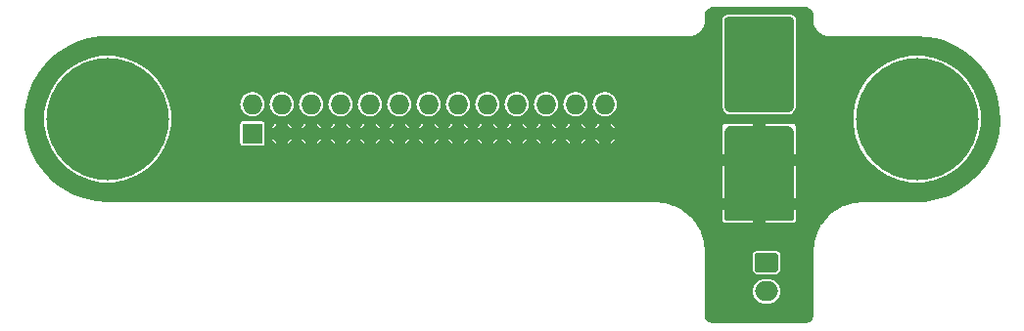
<source format=gbr>
G04 #@! TF.GenerationSoftware,KiCad,Pcbnew,(5.1.4)-1*
G04 #@! TF.CreationDate,2020-03-27T15:17:00-04:00*
G04 #@! TF.ProjectId,heatbed_breakout,68656174-6265-4645-9f62-7265616b6f75,rev?*
G04 #@! TF.SameCoordinates,PX8b91fb0PY68e7780*
G04 #@! TF.FileFunction,Copper,L2,Bot*
G04 #@! TF.FilePolarity,Positive*
%FSLAX46Y46*%
G04 Gerber Fmt 4.6, Leading zero omitted, Abs format (unit mm)*
G04 Created by KiCad (PCBNEW (5.1.4)-1) date 2020-03-27 15:17:00*
%MOMM*%
%LPD*%
G04 APERTURE LIST*
%ADD10C,0.100000*%
%ADD11C,6.000000*%
%ADD12C,3.000000*%
%ADD13C,10.600000*%
%ADD14O,2.000000X1.700000*%
%ADD15C,1.700000*%
%ADD16O,1.727200X1.727200*%
%ADD17R,1.727200X1.727200*%
%ADD18C,0.800000*%
%ADD19C,0.250000*%
%ADD20C,0.152400*%
G04 APERTURE END LIST*
D10*
G36*
X2458810Y6572111D02*
G01*
X2517054Y6563471D01*
X2574171Y6549164D01*
X2629610Y6529328D01*
X2682838Y6504153D01*
X2733342Y6473882D01*
X2780636Y6438806D01*
X2824264Y6399264D01*
X2863806Y6355636D01*
X2898882Y6308342D01*
X2929153Y6257838D01*
X2954328Y6204610D01*
X2974164Y6149171D01*
X2988471Y6092054D01*
X2997111Y6033810D01*
X3000000Y5975000D01*
X3000000Y1175000D01*
X2997111Y1116190D01*
X2988471Y1057946D01*
X2974164Y1000829D01*
X2954328Y945390D01*
X2929153Y892162D01*
X2898882Y841658D01*
X2863806Y794364D01*
X2824264Y750736D01*
X2780636Y711194D01*
X2733342Y676118D01*
X2682838Y645847D01*
X2629610Y620672D01*
X2574171Y600836D01*
X2517054Y586529D01*
X2458810Y577889D01*
X2400000Y575000D01*
X-2400000Y575000D01*
X-2458810Y577889D01*
X-2517054Y586529D01*
X-2574171Y600836D01*
X-2629610Y620672D01*
X-2682838Y645847D01*
X-2733342Y676118D01*
X-2780636Y711194D01*
X-2824264Y750736D01*
X-2863806Y794364D01*
X-2898882Y841658D01*
X-2929153Y892162D01*
X-2954328Y945390D01*
X-2974164Y1000829D01*
X-2988471Y1057946D01*
X-2997111Y1116190D01*
X-3000000Y1175000D01*
X-3000000Y5975000D01*
X-2997111Y6033810D01*
X-2988471Y6092054D01*
X-2974164Y6149171D01*
X-2954328Y6204610D01*
X-2929153Y6257838D01*
X-2898882Y6308342D01*
X-2863806Y6355636D01*
X-2824264Y6399264D01*
X-2780636Y6438806D01*
X-2733342Y6473882D01*
X-2682838Y6504153D01*
X-2629610Y6529328D01*
X-2574171Y6549164D01*
X-2517054Y6563471D01*
X-2458810Y6572111D01*
X-2400000Y6575000D01*
X2400000Y6575000D01*
X2458810Y6572111D01*
X2458810Y6572111D01*
G37*
D11*
X0Y3575000D03*
D10*
G36*
X2458810Y-577889D02*
G01*
X2517054Y-586529D01*
X2574171Y-600836D01*
X2629610Y-620672D01*
X2682838Y-645847D01*
X2733342Y-676118D01*
X2780636Y-711194D01*
X2824264Y-750736D01*
X2863806Y-794364D01*
X2898882Y-841658D01*
X2929153Y-892162D01*
X2954328Y-945390D01*
X2974164Y-1000829D01*
X2988471Y-1057946D01*
X2997111Y-1116190D01*
X3000000Y-1175000D01*
X3000000Y-5975000D01*
X2997111Y-6033810D01*
X2988471Y-6092054D01*
X2974164Y-6149171D01*
X2954328Y-6204610D01*
X2929153Y-6257838D01*
X2898882Y-6308342D01*
X2863806Y-6355636D01*
X2824264Y-6399264D01*
X2780636Y-6438806D01*
X2733342Y-6473882D01*
X2682838Y-6504153D01*
X2629610Y-6529328D01*
X2574171Y-6549164D01*
X2517054Y-6563471D01*
X2458810Y-6572111D01*
X2400000Y-6575000D01*
X-2400000Y-6575000D01*
X-2458810Y-6572111D01*
X-2517054Y-6563471D01*
X-2574171Y-6549164D01*
X-2629610Y-6529328D01*
X-2682838Y-6504153D01*
X-2733342Y-6473882D01*
X-2780636Y-6438806D01*
X-2824264Y-6399264D01*
X-2863806Y-6355636D01*
X-2898882Y-6308342D01*
X-2929153Y-6257838D01*
X-2954328Y-6204610D01*
X-2974164Y-6149171D01*
X-2988471Y-6092054D01*
X-2997111Y-6033810D01*
X-3000000Y-5975000D01*
X-3000000Y-1175000D01*
X-2997111Y-1116190D01*
X-2988471Y-1057946D01*
X-2974164Y-1000829D01*
X-2954328Y-945390D01*
X-2929153Y-892162D01*
X-2898882Y-841658D01*
X-2863806Y-794364D01*
X-2824264Y-750736D01*
X-2780636Y-711194D01*
X-2733342Y-676118D01*
X-2682838Y-645847D01*
X-2629610Y-620672D01*
X-2574171Y-600836D01*
X-2517054Y-586529D01*
X-2458810Y-577889D01*
X-2400000Y-575000D01*
X2400000Y-575000D01*
X2458810Y-577889D01*
X2458810Y-577889D01*
G37*
D11*
X0Y-3575000D03*
D10*
G36*
X2729405Y8848555D02*
G01*
X2758527Y8844236D01*
X2787085Y8837082D01*
X2814805Y8827164D01*
X2841419Y8814576D01*
X2866671Y8799441D01*
X2890318Y8781903D01*
X2912132Y8762132D01*
X2931903Y8740318D01*
X2949441Y8716671D01*
X2964576Y8691419D01*
X2977164Y8664805D01*
X2987082Y8637085D01*
X2994236Y8608527D01*
X2998555Y8579405D01*
X3000000Y8550000D01*
X3000000Y6150000D01*
X2998555Y6120595D01*
X2994236Y6091473D01*
X2987082Y6062915D01*
X2977164Y6035195D01*
X2964576Y6008581D01*
X2949441Y5983329D01*
X2931903Y5959682D01*
X2912132Y5937868D01*
X2890318Y5918097D01*
X2866671Y5900559D01*
X2841419Y5885424D01*
X2814805Y5872836D01*
X2787085Y5862918D01*
X2758527Y5855764D01*
X2729405Y5851445D01*
X2700000Y5850000D01*
X-2700000Y5850000D01*
X-2729405Y5851445D01*
X-2758527Y5855764D01*
X-2787085Y5862918D01*
X-2814805Y5872836D01*
X-2841419Y5885424D01*
X-2866671Y5900559D01*
X-2890318Y5918097D01*
X-2912132Y5937868D01*
X-2931903Y5959682D01*
X-2949441Y5983329D01*
X-2964576Y6008581D01*
X-2977164Y6035195D01*
X-2987082Y6062915D01*
X-2994236Y6091473D01*
X-2998555Y6120595D01*
X-3000000Y6150000D01*
X-3000000Y8550000D01*
X-2998555Y8579405D01*
X-2994236Y8608527D01*
X-2987082Y8637085D01*
X-2977164Y8664805D01*
X-2964576Y8691419D01*
X-2949441Y8716671D01*
X-2931903Y8740318D01*
X-2912132Y8762132D01*
X-2890318Y8781903D01*
X-2866671Y8799441D01*
X-2841419Y8814576D01*
X-2814805Y8827164D01*
X-2787085Y8837082D01*
X-2758527Y8844236D01*
X-2729405Y8848555D01*
X-2700000Y8850000D01*
X2700000Y8850000D01*
X2729405Y8848555D01*
X2729405Y8848555D01*
G37*
D12*
X0Y7350000D03*
D10*
G36*
X2729405Y-5851445D02*
G01*
X2758527Y-5855764D01*
X2787085Y-5862918D01*
X2814805Y-5872836D01*
X2841419Y-5885424D01*
X2866671Y-5900559D01*
X2890318Y-5918097D01*
X2912132Y-5937868D01*
X2931903Y-5959682D01*
X2949441Y-5983329D01*
X2964576Y-6008581D01*
X2977164Y-6035195D01*
X2987082Y-6062915D01*
X2994236Y-6091473D01*
X2998555Y-6120595D01*
X3000000Y-6150000D01*
X3000000Y-8550000D01*
X2998555Y-8579405D01*
X2994236Y-8608527D01*
X2987082Y-8637085D01*
X2977164Y-8664805D01*
X2964576Y-8691419D01*
X2949441Y-8716671D01*
X2931903Y-8740318D01*
X2912132Y-8762132D01*
X2890318Y-8781903D01*
X2866671Y-8799441D01*
X2841419Y-8814576D01*
X2814805Y-8827164D01*
X2787085Y-8837082D01*
X2758527Y-8844236D01*
X2729405Y-8848555D01*
X2700000Y-8850000D01*
X-2700000Y-8850000D01*
X-2729405Y-8848555D01*
X-2758527Y-8844236D01*
X-2787085Y-8837082D01*
X-2814805Y-8827164D01*
X-2841419Y-8814576D01*
X-2866671Y-8799441D01*
X-2890318Y-8781903D01*
X-2912132Y-8762132D01*
X-2931903Y-8740318D01*
X-2949441Y-8716671D01*
X-2964576Y-8691419D01*
X-2977164Y-8664805D01*
X-2987082Y-8637085D01*
X-2994236Y-8608527D01*
X-2998555Y-8579405D01*
X-3000000Y-8550000D01*
X-3000000Y-6150000D01*
X-2998555Y-6120595D01*
X-2994236Y-6091473D01*
X-2987082Y-6062915D01*
X-2977164Y-6035195D01*
X-2964576Y-6008581D01*
X-2949441Y-5983329D01*
X-2931903Y-5959682D01*
X-2912132Y-5937868D01*
X-2890318Y-5918097D01*
X-2866671Y-5900559D01*
X-2841419Y-5885424D01*
X-2814805Y-5872836D01*
X-2787085Y-5862918D01*
X-2758527Y-5855764D01*
X-2729405Y-5851445D01*
X-2700000Y-5850000D01*
X2700000Y-5850000D01*
X2729405Y-5851445D01*
X2729405Y-5851445D01*
G37*
D12*
X0Y-7350000D03*
D13*
X13650000Y0D03*
X-56350000Y0D03*
D14*
X635000Y-14946000D03*
D10*
G36*
X1409504Y-11597204D02*
G01*
X1433773Y-11600804D01*
X1457571Y-11606765D01*
X1480671Y-11615030D01*
X1502849Y-11625520D01*
X1523893Y-11638133D01*
X1543598Y-11652747D01*
X1561777Y-11669223D01*
X1578253Y-11687402D01*
X1592867Y-11707107D01*
X1605480Y-11728151D01*
X1615970Y-11750329D01*
X1624235Y-11773429D01*
X1630196Y-11797227D01*
X1633796Y-11821496D01*
X1635000Y-11846000D01*
X1635000Y-13046000D01*
X1633796Y-13070504D01*
X1630196Y-13094773D01*
X1624235Y-13118571D01*
X1615970Y-13141671D01*
X1605480Y-13163849D01*
X1592867Y-13184893D01*
X1578253Y-13204598D01*
X1561777Y-13222777D01*
X1543598Y-13239253D01*
X1523893Y-13253867D01*
X1502849Y-13266480D01*
X1480671Y-13276970D01*
X1457571Y-13285235D01*
X1433773Y-13291196D01*
X1409504Y-13294796D01*
X1385000Y-13296000D01*
X-115000Y-13296000D01*
X-139504Y-13294796D01*
X-163773Y-13291196D01*
X-187571Y-13285235D01*
X-210671Y-13276970D01*
X-232849Y-13266480D01*
X-253893Y-13253867D01*
X-273598Y-13239253D01*
X-291777Y-13222777D01*
X-308253Y-13204598D01*
X-322867Y-13184893D01*
X-335480Y-13163849D01*
X-345970Y-13141671D01*
X-354235Y-13118571D01*
X-360196Y-13094773D01*
X-363796Y-13070504D01*
X-365000Y-13046000D01*
X-365000Y-11846000D01*
X-363796Y-11821496D01*
X-360196Y-11797227D01*
X-354235Y-11773429D01*
X-345970Y-11750329D01*
X-335480Y-11728151D01*
X-322867Y-11707107D01*
X-308253Y-11687402D01*
X-291777Y-11669223D01*
X-273598Y-11652747D01*
X-253893Y-11638133D01*
X-232849Y-11625520D01*
X-210671Y-11615030D01*
X-187571Y-11606765D01*
X-163773Y-11600804D01*
X-139504Y-11597204D01*
X-115000Y-11596000D01*
X1385000Y-11596000D01*
X1409504Y-11597204D01*
X1409504Y-11597204D01*
G37*
D15*
X635000Y-12446000D03*
D16*
X-13335000Y1270000D03*
X-13335000Y-1270000D03*
X-15875000Y1270000D03*
X-15875000Y-1270000D03*
X-18415000Y1270000D03*
X-18415000Y-1270000D03*
X-20955000Y1270000D03*
X-20955000Y-1270000D03*
X-23495000Y1270000D03*
X-23495000Y-1270000D03*
X-26035000Y1270000D03*
X-26035000Y-1270000D03*
X-28575000Y1270000D03*
X-28575000Y-1270000D03*
X-31115000Y1270000D03*
X-31115000Y-1270000D03*
X-33655000Y1270000D03*
X-33655000Y-1270000D03*
X-36195000Y1270000D03*
X-36195000Y-1270000D03*
X-38735000Y1270000D03*
X-38735000Y-1270000D03*
X-41275000Y1270000D03*
X-41275000Y-1270000D03*
X-43815000Y1270000D03*
D17*
X-43815000Y-1270000D03*
D18*
X6350000Y-4445000D03*
D19*
X2540000Y7000000D02*
X2540000Y3550000D01*
D20*
G36*
X4119876Y9605419D02*
G01*
X4235185Y9570606D01*
X4341537Y9514058D01*
X4434883Y9437927D01*
X4511660Y9345119D01*
X4568951Y9239163D01*
X4604568Y9124102D01*
X4619002Y8986774D01*
X4619001Y8481288D01*
X4620636Y8464684D01*
X4620593Y8458487D01*
X4621112Y8453193D01*
X4641513Y8259096D01*
X4648461Y8225248D01*
X4654927Y8191352D01*
X4656464Y8186259D01*
X4714175Y7999822D01*
X4727568Y7967961D01*
X4740493Y7935970D01*
X4742991Y7931273D01*
X4835817Y7759594D01*
X4855131Y7730959D01*
X4874035Y7702071D01*
X4877392Y7697956D01*
X4877397Y7697949D01*
X4877403Y7697943D01*
X5001801Y7547572D01*
X5026278Y7523265D01*
X5050462Y7498569D01*
X5054561Y7495178D01*
X5205804Y7371827D01*
X5234525Y7352744D01*
X5263058Y7333207D01*
X5267738Y7330677D01*
X5440060Y7239052D01*
X5471979Y7225896D01*
X5503725Y7212289D01*
X5508807Y7210716D01*
X5695644Y7154307D01*
X5729532Y7147597D01*
X5763294Y7140420D01*
X5768585Y7139864D01*
X5962818Y7120819D01*
X5962827Y7120819D01*
X5981286Y7119001D01*
X13636196Y7119001D01*
X14677525Y7043444D01*
X15683531Y6821338D01*
X16646933Y6456338D01*
X17547557Y5956086D01*
X18366532Y5331064D01*
X19086701Y4594366D01*
X19692980Y3761424D01*
X20172669Y2849685D01*
X20515720Y1878247D01*
X20714942Y867470D01*
X20766167Y-161488D01*
X20668318Y-1187065D01*
X20423450Y-2187759D01*
X20036687Y-3142635D01*
X19516128Y-4031682D01*
X18872690Y-4836262D01*
X18119841Y-5539534D01*
X17273356Y-6126761D01*
X16350970Y-6585642D01*
X15372003Y-6906564D01*
X14352680Y-7083548D01*
X13640517Y-7119001D01*
X8981287Y-7119001D01*
X8980630Y-7119066D01*
X8970752Y-7119100D01*
X8954188Y-7120782D01*
X8937545Y-7120666D01*
X8932250Y-7121185D01*
X8155863Y-7202787D01*
X8122048Y-7209728D01*
X8088116Y-7216201D01*
X8083023Y-7217739D01*
X7337274Y-7448587D01*
X7305450Y-7461965D01*
X7273423Y-7474904D01*
X7268725Y-7477402D01*
X6582016Y-7848705D01*
X6553415Y-7867996D01*
X6524493Y-7886922D01*
X6520370Y-7890285D01*
X5918859Y-8387898D01*
X5894495Y-8412432D01*
X5869855Y-8436562D01*
X5866469Y-8440655D01*
X5866464Y-8440660D01*
X5866460Y-8440665D01*
X5373062Y-9045632D01*
X5353984Y-9074346D01*
X5334443Y-9102885D01*
X5331913Y-9107565D01*
X4965414Y-9796850D01*
X4952258Y-9828769D01*
X4938651Y-9860515D01*
X4937078Y-9865597D01*
X4711441Y-10612942D01*
X4704729Y-10646838D01*
X4697554Y-10680593D01*
X4696998Y-10685884D01*
X4620819Y-11462821D01*
X4620819Y-11462838D01*
X4619002Y-11481287D01*
X4619001Y-16981362D01*
X4605419Y-17119876D01*
X4570605Y-17235189D01*
X4514058Y-17341537D01*
X4437928Y-17434883D01*
X4345120Y-17511660D01*
X4239163Y-17568951D01*
X4124103Y-17604568D01*
X3986782Y-17619001D01*
X-3981362Y-17619001D01*
X-4119876Y-17605419D01*
X-4235189Y-17570605D01*
X-4341537Y-17514058D01*
X-4434883Y-17437928D01*
X-4511660Y-17345120D01*
X-4568951Y-17239163D01*
X-4604568Y-17124103D01*
X-4619001Y-16986782D01*
X-4619001Y-14946000D01*
X-646649Y-14946000D01*
X-624905Y-15166774D01*
X-560507Y-15379063D01*
X-455932Y-15574710D01*
X-315197Y-15746197D01*
X-143710Y-15886932D01*
X51937Y-15991507D01*
X264226Y-16055905D01*
X429675Y-16072200D01*
X840325Y-16072200D01*
X1005774Y-16055905D01*
X1218063Y-15991507D01*
X1413710Y-15886932D01*
X1585197Y-15746197D01*
X1725932Y-15574710D01*
X1830507Y-15379063D01*
X1894905Y-15166774D01*
X1916649Y-14946000D01*
X1894905Y-14725226D01*
X1830507Y-14512937D01*
X1725932Y-14317290D01*
X1585197Y-14145803D01*
X1413710Y-14005068D01*
X1218063Y-13900493D01*
X1005774Y-13836095D01*
X840325Y-13819800D01*
X429675Y-13819800D01*
X264226Y-13836095D01*
X51937Y-13900493D01*
X-143710Y-14005068D01*
X-315197Y-14145803D01*
X-455932Y-14317290D01*
X-560507Y-14512937D01*
X-624905Y-14725226D01*
X-646649Y-14946000D01*
X-4619001Y-14946000D01*
X-4619002Y-11846000D01*
X-642536Y-11846000D01*
X-642536Y-13046000D01*
X-632400Y-13148917D01*
X-602380Y-13247879D01*
X-553630Y-13339083D01*
X-488024Y-13419024D01*
X-408083Y-13484630D01*
X-316879Y-13533380D01*
X-217917Y-13563400D01*
X-115000Y-13573536D01*
X1385000Y-13573536D01*
X1487917Y-13563400D01*
X1586879Y-13533380D01*
X1678083Y-13484630D01*
X1758024Y-13419024D01*
X1823630Y-13339083D01*
X1872380Y-13247879D01*
X1902400Y-13148917D01*
X1912536Y-13046000D01*
X1912536Y-11846000D01*
X1902400Y-11743083D01*
X1872380Y-11644121D01*
X1823630Y-11552917D01*
X1758024Y-11472976D01*
X1678083Y-11407370D01*
X1586879Y-11358620D01*
X1487917Y-11328600D01*
X1385000Y-11318464D01*
X-115000Y-11318464D01*
X-217917Y-11328600D01*
X-316879Y-11358620D01*
X-408083Y-11407370D01*
X-488024Y-11472976D01*
X-553630Y-11552917D01*
X-602380Y-11644121D01*
X-632400Y-11743083D01*
X-642536Y-11846000D01*
X-4619002Y-11846000D01*
X-4619003Y-11481287D01*
X-4619067Y-11480641D01*
X-4619101Y-11470752D01*
X-4620783Y-11454188D01*
X-4620667Y-11437545D01*
X-4621186Y-11432250D01*
X-4702788Y-10655863D01*
X-4709729Y-10622048D01*
X-4716202Y-10588116D01*
X-4717740Y-10583023D01*
X-4948588Y-9837274D01*
X-4961966Y-9805450D01*
X-4974905Y-9773423D01*
X-4977403Y-9768725D01*
X-5348706Y-9082016D01*
X-5367997Y-9053415D01*
X-5386923Y-9024493D01*
X-5390286Y-9020370D01*
X-5531228Y-8850000D01*
X-3229706Y-8850000D01*
X-3225292Y-8894813D01*
X-3212221Y-8937905D01*
X-3190994Y-8977618D01*
X-3162427Y-9012427D01*
X-3127618Y-9040994D01*
X-3087905Y-9062221D01*
X-3044813Y-9075292D01*
X-3000000Y-9079706D01*
X-488950Y-9078600D01*
X-431800Y-9021450D01*
X-431800Y-7781800D01*
X431800Y-7781800D01*
X431800Y-9021450D01*
X488950Y-9078600D01*
X3000000Y-9079706D01*
X3044813Y-9075292D01*
X3087905Y-9062221D01*
X3127618Y-9040994D01*
X3162427Y-9012427D01*
X3190994Y-8977618D01*
X3212221Y-8937905D01*
X3225292Y-8894813D01*
X3229706Y-8850000D01*
X3228600Y-7838950D01*
X3171450Y-7781800D01*
X431800Y-7781800D01*
X-431800Y-7781800D01*
X-3171450Y-7781800D01*
X-3228600Y-7838950D01*
X-3229706Y-8850000D01*
X-5531228Y-8850000D01*
X-5887899Y-8418859D01*
X-5912433Y-8394495D01*
X-5936563Y-8369855D01*
X-5940656Y-8366469D01*
X-5940661Y-8366464D01*
X-5940666Y-8366460D01*
X-6545633Y-7873062D01*
X-6574347Y-7853984D01*
X-6602886Y-7834443D01*
X-6607566Y-7831913D01*
X-7296851Y-7465414D01*
X-7328770Y-7452258D01*
X-7360516Y-7438651D01*
X-7365598Y-7437078D01*
X-8112943Y-7211441D01*
X-8146839Y-7204729D01*
X-8180594Y-7197554D01*
X-8185885Y-7196998D01*
X-8962822Y-7120819D01*
X-8962829Y-7120819D01*
X-8981288Y-7119001D01*
X-56336196Y-7119001D01*
X-57377526Y-7043444D01*
X-58383529Y-6821339D01*
X-59346933Y-6456338D01*
X-60247557Y-5956086D01*
X-60386563Y-5850000D01*
X-3229706Y-5850000D01*
X-3229478Y-6058118D01*
X-3229706Y-6575000D01*
X-3228904Y-6583142D01*
X-3228600Y-6861050D01*
X-3171450Y-6918200D01*
X-431800Y-6918200D01*
X-431800Y-4006800D01*
X431800Y-4006800D01*
X431800Y-6918200D01*
X3171450Y-6918200D01*
X3228600Y-6861050D01*
X3228904Y-6583142D01*
X3229706Y-6575000D01*
X3229478Y-6058118D01*
X3229706Y-5850000D01*
X3229385Y-5846743D01*
X3228600Y-4063950D01*
X3171450Y-4006800D01*
X431800Y-4006800D01*
X-431800Y-4006800D01*
X-3171450Y-4006800D01*
X-3228600Y-4063950D01*
X-3229385Y-5846743D01*
X-3229706Y-5850000D01*
X-60386563Y-5850000D01*
X-61066529Y-5331067D01*
X-61786698Y-4594370D01*
X-62392980Y-3761424D01*
X-62872670Y-2849682D01*
X-63215720Y-1878247D01*
X-63414942Y-867470D01*
X-63466167Y161488D01*
X-63429176Y549208D01*
X-61926200Y549208D01*
X-61926200Y-549208D01*
X-61711910Y-1626518D01*
X-61291564Y-2641321D01*
X-60681317Y-3554620D01*
X-59904620Y-4331317D01*
X-58991321Y-4941564D01*
X-57976518Y-5361910D01*
X-56899208Y-5576200D01*
X-55800792Y-5576200D01*
X-54723482Y-5361910D01*
X-53708679Y-4941564D01*
X-52795380Y-4331317D01*
X-52018683Y-3554620D01*
X-51408436Y-2641321D01*
X-50988090Y-1626518D01*
X-50773800Y-549208D01*
X-50773800Y-406400D01*
X-44956136Y-406400D01*
X-44956136Y-2133600D01*
X-44950803Y-2187745D01*
X-44935010Y-2239808D01*
X-44909363Y-2287791D01*
X-44874848Y-2329848D01*
X-44832791Y-2364363D01*
X-44784808Y-2390010D01*
X-44732745Y-2405803D01*
X-44678600Y-2411136D01*
X-42951400Y-2411136D01*
X-42897255Y-2405803D01*
X-42845192Y-2390010D01*
X-42797209Y-2364363D01*
X-42755152Y-2329848D01*
X-42720637Y-2287791D01*
X-42694990Y-2239808D01*
X-42679197Y-2187745D01*
X-42673864Y-2133600D01*
X-42673864Y-1701800D01*
X-42221094Y-1701800D01*
X-42198344Y-1853426D01*
X-42066781Y-2022351D01*
X-41904791Y-2162364D01*
X-41858422Y-2193320D01*
X-41706800Y-2210679D01*
X-41706800Y-1701800D01*
X-40843200Y-1701800D01*
X-40843200Y-2210679D01*
X-40691578Y-2193320D01*
X-40645209Y-2162364D01*
X-40483219Y-2022351D01*
X-40351656Y-1853426D01*
X-40328906Y-1701800D01*
X-39681094Y-1701800D01*
X-39658344Y-1853426D01*
X-39526781Y-2022351D01*
X-39364791Y-2162364D01*
X-39318422Y-2193320D01*
X-39166800Y-2210679D01*
X-39166800Y-1701800D01*
X-38303200Y-1701800D01*
X-38303200Y-2210679D01*
X-38151578Y-2193320D01*
X-38105209Y-2162364D01*
X-37943219Y-2022351D01*
X-37811656Y-1853426D01*
X-37788906Y-1701800D01*
X-37141094Y-1701800D01*
X-37118344Y-1853426D01*
X-36986781Y-2022351D01*
X-36824791Y-2162364D01*
X-36778422Y-2193320D01*
X-36626800Y-2210679D01*
X-36626800Y-1701800D01*
X-35763200Y-1701800D01*
X-35763200Y-2210679D01*
X-35611578Y-2193320D01*
X-35565209Y-2162364D01*
X-35403219Y-2022351D01*
X-35271656Y-1853426D01*
X-35248906Y-1701800D01*
X-34601094Y-1701800D01*
X-34578344Y-1853426D01*
X-34446781Y-2022351D01*
X-34284791Y-2162364D01*
X-34238422Y-2193320D01*
X-34086800Y-2210679D01*
X-34086800Y-1701800D01*
X-33223200Y-1701800D01*
X-33223200Y-2210679D01*
X-33071578Y-2193320D01*
X-33025209Y-2162364D01*
X-32863219Y-2022351D01*
X-32731656Y-1853426D01*
X-32708906Y-1701800D01*
X-32061094Y-1701800D01*
X-32038344Y-1853426D01*
X-31906781Y-2022351D01*
X-31744791Y-2162364D01*
X-31698422Y-2193320D01*
X-31546800Y-2210679D01*
X-31546800Y-1701800D01*
X-30683200Y-1701800D01*
X-30683200Y-2210679D01*
X-30531578Y-2193320D01*
X-30485209Y-2162364D01*
X-30323219Y-2022351D01*
X-30191656Y-1853426D01*
X-30168906Y-1701800D01*
X-29521094Y-1701800D01*
X-29498344Y-1853426D01*
X-29366781Y-2022351D01*
X-29204791Y-2162364D01*
X-29158422Y-2193320D01*
X-29006800Y-2210679D01*
X-29006800Y-1701800D01*
X-28143200Y-1701800D01*
X-28143200Y-2210679D01*
X-27991578Y-2193320D01*
X-27945209Y-2162364D01*
X-27783219Y-2022351D01*
X-27651656Y-1853426D01*
X-27628906Y-1701800D01*
X-26981094Y-1701800D01*
X-26958344Y-1853426D01*
X-26826781Y-2022351D01*
X-26664791Y-2162364D01*
X-26618422Y-2193320D01*
X-26466800Y-2210679D01*
X-26466800Y-1701800D01*
X-25603200Y-1701800D01*
X-25603200Y-2210679D01*
X-25451578Y-2193320D01*
X-25405209Y-2162364D01*
X-25243219Y-2022351D01*
X-25111656Y-1853426D01*
X-25088906Y-1701800D01*
X-24441094Y-1701800D01*
X-24418344Y-1853426D01*
X-24286781Y-2022351D01*
X-24124791Y-2162364D01*
X-24078422Y-2193320D01*
X-23926800Y-2210679D01*
X-23926800Y-1701800D01*
X-23063200Y-1701800D01*
X-23063200Y-2210679D01*
X-22911578Y-2193320D01*
X-22865209Y-2162364D01*
X-22703219Y-2022351D01*
X-22571656Y-1853426D01*
X-22548906Y-1701800D01*
X-21901094Y-1701800D01*
X-21878344Y-1853426D01*
X-21746781Y-2022351D01*
X-21584791Y-2162364D01*
X-21538422Y-2193320D01*
X-21386800Y-2210679D01*
X-21386800Y-1701800D01*
X-20523200Y-1701800D01*
X-20523200Y-2210679D01*
X-20371578Y-2193320D01*
X-20325209Y-2162364D01*
X-20163219Y-2022351D01*
X-20031656Y-1853426D01*
X-20008906Y-1701800D01*
X-19361094Y-1701800D01*
X-19338344Y-1853426D01*
X-19206781Y-2022351D01*
X-19044791Y-2162364D01*
X-18998422Y-2193320D01*
X-18846800Y-2210679D01*
X-18846800Y-1701800D01*
X-17983200Y-1701800D01*
X-17983200Y-2210679D01*
X-17831578Y-2193320D01*
X-17785209Y-2162364D01*
X-17623219Y-2022351D01*
X-17491656Y-1853426D01*
X-17468906Y-1701800D01*
X-16821094Y-1701800D01*
X-16798344Y-1853426D01*
X-16666781Y-2022351D01*
X-16504791Y-2162364D01*
X-16458422Y-2193320D01*
X-16306800Y-2210679D01*
X-16306800Y-1701800D01*
X-15443200Y-1701800D01*
X-15443200Y-2210679D01*
X-15291578Y-2193320D01*
X-15245209Y-2162364D01*
X-15083219Y-2022351D01*
X-14951656Y-1853426D01*
X-14928906Y-1701800D01*
X-14281094Y-1701800D01*
X-14258344Y-1853426D01*
X-14126781Y-2022351D01*
X-13964791Y-2162364D01*
X-13918422Y-2193320D01*
X-13766800Y-2210679D01*
X-13766800Y-1701800D01*
X-12903200Y-1701800D01*
X-12903200Y-2210679D01*
X-12751578Y-2193320D01*
X-12705209Y-2162364D01*
X-12543219Y-2022351D01*
X-12411656Y-1853426D01*
X-12388906Y-1701800D01*
X-12903200Y-1701800D01*
X-13766800Y-1701800D01*
X-14281094Y-1701800D01*
X-14928906Y-1701800D01*
X-15443200Y-1701800D01*
X-16306800Y-1701800D01*
X-16821094Y-1701800D01*
X-17468906Y-1701800D01*
X-17983200Y-1701800D01*
X-18846800Y-1701800D01*
X-19361094Y-1701800D01*
X-20008906Y-1701800D01*
X-20523200Y-1701800D01*
X-21386800Y-1701800D01*
X-21901094Y-1701800D01*
X-22548906Y-1701800D01*
X-23063200Y-1701800D01*
X-23926800Y-1701800D01*
X-24441094Y-1701800D01*
X-25088906Y-1701800D01*
X-25603200Y-1701800D01*
X-26466800Y-1701800D01*
X-26981094Y-1701800D01*
X-27628906Y-1701800D01*
X-28143200Y-1701800D01*
X-29006800Y-1701800D01*
X-29521094Y-1701800D01*
X-30168906Y-1701800D01*
X-30683200Y-1701800D01*
X-31546800Y-1701800D01*
X-32061094Y-1701800D01*
X-32708906Y-1701800D01*
X-33223200Y-1701800D01*
X-34086800Y-1701800D01*
X-34601094Y-1701800D01*
X-35248906Y-1701800D01*
X-35763200Y-1701800D01*
X-36626800Y-1701800D01*
X-37141094Y-1701800D01*
X-37788906Y-1701800D01*
X-38303200Y-1701800D01*
X-39166800Y-1701800D01*
X-39681094Y-1701800D01*
X-40328906Y-1701800D01*
X-40843200Y-1701800D01*
X-41706800Y-1701800D01*
X-42221094Y-1701800D01*
X-42673864Y-1701800D01*
X-42673864Y-838200D01*
X-42221094Y-838200D01*
X-41706800Y-838200D01*
X-40843200Y-838200D01*
X-40328906Y-838200D01*
X-39681094Y-838200D01*
X-39166800Y-838200D01*
X-38303200Y-838200D01*
X-37788906Y-838200D01*
X-37141094Y-838200D01*
X-36626800Y-838200D01*
X-35763200Y-838200D01*
X-35248906Y-838200D01*
X-34601094Y-838200D01*
X-34086800Y-838200D01*
X-33223200Y-838200D01*
X-32708906Y-838200D01*
X-32061094Y-838200D01*
X-31546800Y-838200D01*
X-30683200Y-838200D01*
X-30168906Y-838200D01*
X-29521094Y-838200D01*
X-29006800Y-838200D01*
X-28143200Y-838200D01*
X-27628906Y-838200D01*
X-26981094Y-838200D01*
X-26466800Y-838200D01*
X-25603200Y-838200D01*
X-25088906Y-838200D01*
X-24441094Y-838200D01*
X-23926800Y-838200D01*
X-23063200Y-838200D01*
X-22548906Y-838200D01*
X-21901094Y-838200D01*
X-21386800Y-838200D01*
X-20523200Y-838200D01*
X-20008906Y-838200D01*
X-19361094Y-838200D01*
X-18846800Y-838200D01*
X-17983200Y-838200D01*
X-17468906Y-838200D01*
X-16821094Y-838200D01*
X-16306800Y-838200D01*
X-15443200Y-838200D01*
X-14928906Y-838200D01*
X-14281094Y-838200D01*
X-13766800Y-838200D01*
X-12903200Y-838200D01*
X-12388906Y-838200D01*
X-12411656Y-686574D01*
X-12498552Y-575000D01*
X-3229706Y-575000D01*
X-3228600Y-3086050D01*
X-3171450Y-3143200D01*
X-431800Y-3143200D01*
X-431800Y-403550D01*
X431800Y-403550D01*
X431800Y-3143200D01*
X3171450Y-3143200D01*
X3228600Y-3086050D01*
X3229706Y-575000D01*
X3225292Y-530187D01*
X3212221Y-487095D01*
X3190994Y-447382D01*
X3162427Y-412573D01*
X3127618Y-384006D01*
X3087905Y-362779D01*
X3044813Y-349708D01*
X3000000Y-345294D01*
X488950Y-346400D01*
X431800Y-403550D01*
X-431800Y-403550D01*
X-488950Y-346400D01*
X-3000000Y-345294D01*
X-3044813Y-349708D01*
X-3087905Y-362779D01*
X-3127618Y-384006D01*
X-3162427Y-412573D01*
X-3190994Y-447382D01*
X-3212221Y-487095D01*
X-3225292Y-530187D01*
X-3229706Y-575000D01*
X-12498552Y-575000D01*
X-12543219Y-517649D01*
X-12705209Y-377636D01*
X-12751578Y-346680D01*
X-12903200Y-329321D01*
X-12903200Y-838200D01*
X-13766800Y-838200D01*
X-13766800Y-329321D01*
X-13918422Y-346680D01*
X-13964791Y-377636D01*
X-14126781Y-517649D01*
X-14258344Y-686574D01*
X-14281094Y-838200D01*
X-14928906Y-838200D01*
X-14951656Y-686574D01*
X-15083219Y-517649D01*
X-15245209Y-377636D01*
X-15291578Y-346680D01*
X-15443200Y-329321D01*
X-15443200Y-838200D01*
X-16306800Y-838200D01*
X-16306800Y-329321D01*
X-16458422Y-346680D01*
X-16504791Y-377636D01*
X-16666781Y-517649D01*
X-16798344Y-686574D01*
X-16821094Y-838200D01*
X-17468906Y-838200D01*
X-17491656Y-686574D01*
X-17623219Y-517649D01*
X-17785209Y-377636D01*
X-17831578Y-346680D01*
X-17983200Y-329321D01*
X-17983200Y-838200D01*
X-18846800Y-838200D01*
X-18846800Y-329321D01*
X-18998422Y-346680D01*
X-19044791Y-377636D01*
X-19206781Y-517649D01*
X-19338344Y-686574D01*
X-19361094Y-838200D01*
X-20008906Y-838200D01*
X-20031656Y-686574D01*
X-20163219Y-517649D01*
X-20325209Y-377636D01*
X-20371578Y-346680D01*
X-20523200Y-329321D01*
X-20523200Y-838200D01*
X-21386800Y-838200D01*
X-21386800Y-329321D01*
X-21538422Y-346680D01*
X-21584791Y-377636D01*
X-21746781Y-517649D01*
X-21878344Y-686574D01*
X-21901094Y-838200D01*
X-22548906Y-838200D01*
X-22571656Y-686574D01*
X-22703219Y-517649D01*
X-22865209Y-377636D01*
X-22911578Y-346680D01*
X-23063200Y-329321D01*
X-23063200Y-838200D01*
X-23926800Y-838200D01*
X-23926800Y-329321D01*
X-24078422Y-346680D01*
X-24124791Y-377636D01*
X-24286781Y-517649D01*
X-24418344Y-686574D01*
X-24441094Y-838200D01*
X-25088906Y-838200D01*
X-25111656Y-686574D01*
X-25243219Y-517649D01*
X-25405209Y-377636D01*
X-25451578Y-346680D01*
X-25603200Y-329321D01*
X-25603200Y-838200D01*
X-26466800Y-838200D01*
X-26466800Y-329321D01*
X-26618422Y-346680D01*
X-26664791Y-377636D01*
X-26826781Y-517649D01*
X-26958344Y-686574D01*
X-26981094Y-838200D01*
X-27628906Y-838200D01*
X-27651656Y-686574D01*
X-27783219Y-517649D01*
X-27945209Y-377636D01*
X-27991578Y-346680D01*
X-28143200Y-329321D01*
X-28143200Y-838200D01*
X-29006800Y-838200D01*
X-29006800Y-329321D01*
X-29158422Y-346680D01*
X-29204791Y-377636D01*
X-29366781Y-517649D01*
X-29498344Y-686574D01*
X-29521094Y-838200D01*
X-30168906Y-838200D01*
X-30191656Y-686574D01*
X-30323219Y-517649D01*
X-30485209Y-377636D01*
X-30531578Y-346680D01*
X-30683200Y-329321D01*
X-30683200Y-838200D01*
X-31546800Y-838200D01*
X-31546800Y-329321D01*
X-31698422Y-346680D01*
X-31744791Y-377636D01*
X-31906781Y-517649D01*
X-32038344Y-686574D01*
X-32061094Y-838200D01*
X-32708906Y-838200D01*
X-32731656Y-686574D01*
X-32863219Y-517649D01*
X-33025209Y-377636D01*
X-33071578Y-346680D01*
X-33223200Y-329321D01*
X-33223200Y-838200D01*
X-34086800Y-838200D01*
X-34086800Y-329321D01*
X-34238422Y-346680D01*
X-34284791Y-377636D01*
X-34446781Y-517649D01*
X-34578344Y-686574D01*
X-34601094Y-838200D01*
X-35248906Y-838200D01*
X-35271656Y-686574D01*
X-35403219Y-517649D01*
X-35565209Y-377636D01*
X-35611578Y-346680D01*
X-35763200Y-329321D01*
X-35763200Y-838200D01*
X-36626800Y-838200D01*
X-36626800Y-329321D01*
X-36778422Y-346680D01*
X-36824791Y-377636D01*
X-36986781Y-517649D01*
X-37118344Y-686574D01*
X-37141094Y-838200D01*
X-37788906Y-838200D01*
X-37811656Y-686574D01*
X-37943219Y-517649D01*
X-38105209Y-377636D01*
X-38151578Y-346680D01*
X-38303200Y-329321D01*
X-38303200Y-838200D01*
X-39166800Y-838200D01*
X-39166800Y-329321D01*
X-39318422Y-346680D01*
X-39364791Y-377636D01*
X-39526781Y-517649D01*
X-39658344Y-686574D01*
X-39681094Y-838200D01*
X-40328906Y-838200D01*
X-40351656Y-686574D01*
X-40483219Y-517649D01*
X-40645209Y-377636D01*
X-40691578Y-346680D01*
X-40843200Y-329321D01*
X-40843200Y-838200D01*
X-41706800Y-838200D01*
X-41706800Y-329321D01*
X-41858422Y-346680D01*
X-41904791Y-377636D01*
X-42066781Y-517649D01*
X-42198344Y-686574D01*
X-42221094Y-838200D01*
X-42673864Y-838200D01*
X-42673864Y-406400D01*
X-42679197Y-352255D01*
X-42694990Y-300192D01*
X-42720637Y-252209D01*
X-42755152Y-210152D01*
X-42797209Y-175637D01*
X-42845192Y-149990D01*
X-42897255Y-134197D01*
X-42951400Y-128864D01*
X-44678600Y-128864D01*
X-44732745Y-134197D01*
X-44784808Y-149990D01*
X-44832791Y-175637D01*
X-44874848Y-210152D01*
X-44909363Y-252209D01*
X-44935010Y-300192D01*
X-44950803Y-352255D01*
X-44956136Y-406400D01*
X-50773800Y-406400D01*
X-50773800Y549208D01*
X-50917174Y1270000D01*
X-44960315Y1270000D01*
X-44938308Y1046560D01*
X-44873133Y831707D01*
X-44767295Y633697D01*
X-44624860Y460140D01*
X-44451303Y317705D01*
X-44253293Y211867D01*
X-44038440Y146692D01*
X-43870995Y130200D01*
X-43759005Y130200D01*
X-43591560Y146692D01*
X-43376707Y211867D01*
X-43178697Y317705D01*
X-43005140Y460140D01*
X-42862705Y633697D01*
X-42756867Y831707D01*
X-42691692Y1046560D01*
X-42669685Y1270000D01*
X-42420315Y1270000D01*
X-42398308Y1046560D01*
X-42333133Y831707D01*
X-42227295Y633697D01*
X-42084860Y460140D01*
X-41911303Y317705D01*
X-41713293Y211867D01*
X-41498440Y146692D01*
X-41330995Y130200D01*
X-41219005Y130200D01*
X-41051560Y146692D01*
X-40836707Y211867D01*
X-40638697Y317705D01*
X-40465140Y460140D01*
X-40322705Y633697D01*
X-40216867Y831707D01*
X-40151692Y1046560D01*
X-40129685Y1270000D01*
X-39880315Y1270000D01*
X-39858308Y1046560D01*
X-39793133Y831707D01*
X-39687295Y633697D01*
X-39544860Y460140D01*
X-39371303Y317705D01*
X-39173293Y211867D01*
X-38958440Y146692D01*
X-38790995Y130200D01*
X-38679005Y130200D01*
X-38511560Y146692D01*
X-38296707Y211867D01*
X-38098697Y317705D01*
X-37925140Y460140D01*
X-37782705Y633697D01*
X-37676867Y831707D01*
X-37611692Y1046560D01*
X-37589685Y1270000D01*
X-37340315Y1270000D01*
X-37318308Y1046560D01*
X-37253133Y831707D01*
X-37147295Y633697D01*
X-37004860Y460140D01*
X-36831303Y317705D01*
X-36633293Y211867D01*
X-36418440Y146692D01*
X-36250995Y130200D01*
X-36139005Y130200D01*
X-35971560Y146692D01*
X-35756707Y211867D01*
X-35558697Y317705D01*
X-35385140Y460140D01*
X-35242705Y633697D01*
X-35136867Y831707D01*
X-35071692Y1046560D01*
X-35049685Y1270000D01*
X-34800315Y1270000D01*
X-34778308Y1046560D01*
X-34713133Y831707D01*
X-34607295Y633697D01*
X-34464860Y460140D01*
X-34291303Y317705D01*
X-34093293Y211867D01*
X-33878440Y146692D01*
X-33710995Y130200D01*
X-33599005Y130200D01*
X-33431560Y146692D01*
X-33216707Y211867D01*
X-33018697Y317705D01*
X-32845140Y460140D01*
X-32702705Y633697D01*
X-32596867Y831707D01*
X-32531692Y1046560D01*
X-32509685Y1270000D01*
X-32260315Y1270000D01*
X-32238308Y1046560D01*
X-32173133Y831707D01*
X-32067295Y633697D01*
X-31924860Y460140D01*
X-31751303Y317705D01*
X-31553293Y211867D01*
X-31338440Y146692D01*
X-31170995Y130200D01*
X-31059005Y130200D01*
X-30891560Y146692D01*
X-30676707Y211867D01*
X-30478697Y317705D01*
X-30305140Y460140D01*
X-30162705Y633697D01*
X-30056867Y831707D01*
X-29991692Y1046560D01*
X-29969685Y1270000D01*
X-29720315Y1270000D01*
X-29698308Y1046560D01*
X-29633133Y831707D01*
X-29527295Y633697D01*
X-29384860Y460140D01*
X-29211303Y317705D01*
X-29013293Y211867D01*
X-28798440Y146692D01*
X-28630995Y130200D01*
X-28519005Y130200D01*
X-28351560Y146692D01*
X-28136707Y211867D01*
X-27938697Y317705D01*
X-27765140Y460140D01*
X-27622705Y633697D01*
X-27516867Y831707D01*
X-27451692Y1046560D01*
X-27429685Y1270000D01*
X-27180315Y1270000D01*
X-27158308Y1046560D01*
X-27093133Y831707D01*
X-26987295Y633697D01*
X-26844860Y460140D01*
X-26671303Y317705D01*
X-26473293Y211867D01*
X-26258440Y146692D01*
X-26090995Y130200D01*
X-25979005Y130200D01*
X-25811560Y146692D01*
X-25596707Y211867D01*
X-25398697Y317705D01*
X-25225140Y460140D01*
X-25082705Y633697D01*
X-24976867Y831707D01*
X-24911692Y1046560D01*
X-24889685Y1270000D01*
X-24640315Y1270000D01*
X-24618308Y1046560D01*
X-24553133Y831707D01*
X-24447295Y633697D01*
X-24304860Y460140D01*
X-24131303Y317705D01*
X-23933293Y211867D01*
X-23718440Y146692D01*
X-23550995Y130200D01*
X-23439005Y130200D01*
X-23271560Y146692D01*
X-23056707Y211867D01*
X-22858697Y317705D01*
X-22685140Y460140D01*
X-22542705Y633697D01*
X-22436867Y831707D01*
X-22371692Y1046560D01*
X-22349685Y1270000D01*
X-22100315Y1270000D01*
X-22078308Y1046560D01*
X-22013133Y831707D01*
X-21907295Y633697D01*
X-21764860Y460140D01*
X-21591303Y317705D01*
X-21393293Y211867D01*
X-21178440Y146692D01*
X-21010995Y130200D01*
X-20899005Y130200D01*
X-20731560Y146692D01*
X-20516707Y211867D01*
X-20318697Y317705D01*
X-20145140Y460140D01*
X-20002705Y633697D01*
X-19896867Y831707D01*
X-19831692Y1046560D01*
X-19809685Y1270000D01*
X-19560315Y1270000D01*
X-19538308Y1046560D01*
X-19473133Y831707D01*
X-19367295Y633697D01*
X-19224860Y460140D01*
X-19051303Y317705D01*
X-18853293Y211867D01*
X-18638440Y146692D01*
X-18470995Y130200D01*
X-18359005Y130200D01*
X-18191560Y146692D01*
X-17976707Y211867D01*
X-17778697Y317705D01*
X-17605140Y460140D01*
X-17462705Y633697D01*
X-17356867Y831707D01*
X-17291692Y1046560D01*
X-17269685Y1270000D01*
X-17020315Y1270000D01*
X-16998308Y1046560D01*
X-16933133Y831707D01*
X-16827295Y633697D01*
X-16684860Y460140D01*
X-16511303Y317705D01*
X-16313293Y211867D01*
X-16098440Y146692D01*
X-15930995Y130200D01*
X-15819005Y130200D01*
X-15651560Y146692D01*
X-15436707Y211867D01*
X-15238697Y317705D01*
X-15065140Y460140D01*
X-14922705Y633697D01*
X-14816867Y831707D01*
X-14751692Y1046560D01*
X-14729685Y1270000D01*
X-14480315Y1270000D01*
X-14458308Y1046560D01*
X-14393133Y831707D01*
X-14287295Y633697D01*
X-14144860Y460140D01*
X-13971303Y317705D01*
X-13773293Y211867D01*
X-13558440Y146692D01*
X-13390995Y130200D01*
X-13279005Y130200D01*
X-13111560Y146692D01*
X-12896707Y211867D01*
X-12698697Y317705D01*
X-12525140Y460140D01*
X-12382705Y633697D01*
X-12276867Y831707D01*
X-12211692Y1046560D01*
X-12189685Y1270000D01*
X-12211692Y1493440D01*
X-12276867Y1708293D01*
X-12382705Y1906303D01*
X-12525140Y2079860D01*
X-12698697Y2222295D01*
X-12896707Y2328133D01*
X-13111560Y2393308D01*
X-13279005Y2409800D01*
X-13390995Y2409800D01*
X-13558440Y2393308D01*
X-13773293Y2328133D01*
X-13971303Y2222295D01*
X-14144860Y2079860D01*
X-14287295Y1906303D01*
X-14393133Y1708293D01*
X-14458308Y1493440D01*
X-14480315Y1270000D01*
X-14729685Y1270000D01*
X-14751692Y1493440D01*
X-14816867Y1708293D01*
X-14922705Y1906303D01*
X-15065140Y2079860D01*
X-15238697Y2222295D01*
X-15436707Y2328133D01*
X-15651560Y2393308D01*
X-15819005Y2409800D01*
X-15930995Y2409800D01*
X-16098440Y2393308D01*
X-16313293Y2328133D01*
X-16511303Y2222295D01*
X-16684860Y2079860D01*
X-16827295Y1906303D01*
X-16933133Y1708293D01*
X-16998308Y1493440D01*
X-17020315Y1270000D01*
X-17269685Y1270000D01*
X-17291692Y1493440D01*
X-17356867Y1708293D01*
X-17462705Y1906303D01*
X-17605140Y2079860D01*
X-17778697Y2222295D01*
X-17976707Y2328133D01*
X-18191560Y2393308D01*
X-18359005Y2409800D01*
X-18470995Y2409800D01*
X-18638440Y2393308D01*
X-18853293Y2328133D01*
X-19051303Y2222295D01*
X-19224860Y2079860D01*
X-19367295Y1906303D01*
X-19473133Y1708293D01*
X-19538308Y1493440D01*
X-19560315Y1270000D01*
X-19809685Y1270000D01*
X-19831692Y1493440D01*
X-19896867Y1708293D01*
X-20002705Y1906303D01*
X-20145140Y2079860D01*
X-20318697Y2222295D01*
X-20516707Y2328133D01*
X-20731560Y2393308D01*
X-20899005Y2409800D01*
X-21010995Y2409800D01*
X-21178440Y2393308D01*
X-21393293Y2328133D01*
X-21591303Y2222295D01*
X-21764860Y2079860D01*
X-21907295Y1906303D01*
X-22013133Y1708293D01*
X-22078308Y1493440D01*
X-22100315Y1270000D01*
X-22349685Y1270000D01*
X-22371692Y1493440D01*
X-22436867Y1708293D01*
X-22542705Y1906303D01*
X-22685140Y2079860D01*
X-22858697Y2222295D01*
X-23056707Y2328133D01*
X-23271560Y2393308D01*
X-23439005Y2409800D01*
X-23550995Y2409800D01*
X-23718440Y2393308D01*
X-23933293Y2328133D01*
X-24131303Y2222295D01*
X-24304860Y2079860D01*
X-24447295Y1906303D01*
X-24553133Y1708293D01*
X-24618308Y1493440D01*
X-24640315Y1270000D01*
X-24889685Y1270000D01*
X-24911692Y1493440D01*
X-24976867Y1708293D01*
X-25082705Y1906303D01*
X-25225140Y2079860D01*
X-25398697Y2222295D01*
X-25596707Y2328133D01*
X-25811560Y2393308D01*
X-25979005Y2409800D01*
X-26090995Y2409800D01*
X-26258440Y2393308D01*
X-26473293Y2328133D01*
X-26671303Y2222295D01*
X-26844860Y2079860D01*
X-26987295Y1906303D01*
X-27093133Y1708293D01*
X-27158308Y1493440D01*
X-27180315Y1270000D01*
X-27429685Y1270000D01*
X-27451692Y1493440D01*
X-27516867Y1708293D01*
X-27622705Y1906303D01*
X-27765140Y2079860D01*
X-27938697Y2222295D01*
X-28136707Y2328133D01*
X-28351560Y2393308D01*
X-28519005Y2409800D01*
X-28630995Y2409800D01*
X-28798440Y2393308D01*
X-29013293Y2328133D01*
X-29211303Y2222295D01*
X-29384860Y2079860D01*
X-29527295Y1906303D01*
X-29633133Y1708293D01*
X-29698308Y1493440D01*
X-29720315Y1270000D01*
X-29969685Y1270000D01*
X-29991692Y1493440D01*
X-30056867Y1708293D01*
X-30162705Y1906303D01*
X-30305140Y2079860D01*
X-30478697Y2222295D01*
X-30676707Y2328133D01*
X-30891560Y2393308D01*
X-31059005Y2409800D01*
X-31170995Y2409800D01*
X-31338440Y2393308D01*
X-31553293Y2328133D01*
X-31751303Y2222295D01*
X-31924860Y2079860D01*
X-32067295Y1906303D01*
X-32173133Y1708293D01*
X-32238308Y1493440D01*
X-32260315Y1270000D01*
X-32509685Y1270000D01*
X-32531692Y1493440D01*
X-32596867Y1708293D01*
X-32702705Y1906303D01*
X-32845140Y2079860D01*
X-33018697Y2222295D01*
X-33216707Y2328133D01*
X-33431560Y2393308D01*
X-33599005Y2409800D01*
X-33710995Y2409800D01*
X-33878440Y2393308D01*
X-34093293Y2328133D01*
X-34291303Y2222295D01*
X-34464860Y2079860D01*
X-34607295Y1906303D01*
X-34713133Y1708293D01*
X-34778308Y1493440D01*
X-34800315Y1270000D01*
X-35049685Y1270000D01*
X-35071692Y1493440D01*
X-35136867Y1708293D01*
X-35242705Y1906303D01*
X-35385140Y2079860D01*
X-35558697Y2222295D01*
X-35756707Y2328133D01*
X-35971560Y2393308D01*
X-36139005Y2409800D01*
X-36250995Y2409800D01*
X-36418440Y2393308D01*
X-36633293Y2328133D01*
X-36831303Y2222295D01*
X-37004860Y2079860D01*
X-37147295Y1906303D01*
X-37253133Y1708293D01*
X-37318308Y1493440D01*
X-37340315Y1270000D01*
X-37589685Y1270000D01*
X-37611692Y1493440D01*
X-37676867Y1708293D01*
X-37782705Y1906303D01*
X-37925140Y2079860D01*
X-38098697Y2222295D01*
X-38296707Y2328133D01*
X-38511560Y2393308D01*
X-38679005Y2409800D01*
X-38790995Y2409800D01*
X-38958440Y2393308D01*
X-39173293Y2328133D01*
X-39371303Y2222295D01*
X-39544860Y2079860D01*
X-39687295Y1906303D01*
X-39793133Y1708293D01*
X-39858308Y1493440D01*
X-39880315Y1270000D01*
X-40129685Y1270000D01*
X-40151692Y1493440D01*
X-40216867Y1708293D01*
X-40322705Y1906303D01*
X-40465140Y2079860D01*
X-40638697Y2222295D01*
X-40836707Y2328133D01*
X-41051560Y2393308D01*
X-41219005Y2409800D01*
X-41330995Y2409800D01*
X-41498440Y2393308D01*
X-41713293Y2328133D01*
X-41911303Y2222295D01*
X-42084860Y2079860D01*
X-42227295Y1906303D01*
X-42333133Y1708293D01*
X-42398308Y1493440D01*
X-42420315Y1270000D01*
X-42669685Y1270000D01*
X-42691692Y1493440D01*
X-42756867Y1708293D01*
X-42862705Y1906303D01*
X-43005140Y2079860D01*
X-43178697Y2222295D01*
X-43376707Y2328133D01*
X-43591560Y2393308D01*
X-43759005Y2409800D01*
X-43870995Y2409800D01*
X-44038440Y2393308D01*
X-44253293Y2328133D01*
X-44451303Y2222295D01*
X-44624860Y2079860D01*
X-44767295Y1906303D01*
X-44873133Y1708293D01*
X-44938308Y1493440D01*
X-44960315Y1270000D01*
X-50917174Y1270000D01*
X-50988090Y1626518D01*
X-51408436Y2641321D01*
X-52018683Y3554620D01*
X-52795380Y4331317D01*
X-53708679Y4941564D01*
X-54723482Y5361910D01*
X-55800792Y5576200D01*
X-56899208Y5576200D01*
X-57976518Y5361910D01*
X-58991321Y4941564D01*
X-59904620Y4331317D01*
X-60681317Y3554620D01*
X-61291564Y2641321D01*
X-61711910Y1626518D01*
X-61926200Y549208D01*
X-63429176Y549208D01*
X-63368318Y1187065D01*
X-63123449Y2187765D01*
X-62736687Y3142634D01*
X-62216128Y4031682D01*
X-61572686Y4836265D01*
X-60819841Y5539534D01*
X-59973353Y6126763D01*
X-59050970Y6585642D01*
X-58072001Y6906564D01*
X-57052679Y7083548D01*
X-56340518Y7119001D01*
X-5981288Y7119001D01*
X-5964685Y7120636D01*
X-5958488Y7120593D01*
X-5953194Y7121112D01*
X-5759097Y7141513D01*
X-5725268Y7148457D01*
X-5691352Y7154927D01*
X-5686261Y7156464D01*
X-5686255Y7156466D01*
X-5499821Y7214177D01*
X-5467972Y7227565D01*
X-5435971Y7240494D01*
X-5431273Y7242991D01*
X-5259596Y7335816D01*
X-5230967Y7355127D01*
X-5202072Y7374035D01*
X-5197950Y7377398D01*
X-5047572Y7501801D01*
X-5023245Y7526299D01*
X-4998568Y7550464D01*
X-4995177Y7554563D01*
X-4871827Y7705805D01*
X-4852715Y7734571D01*
X-4833208Y7763060D01*
X-4830678Y7767740D01*
X-4739052Y7940062D01*
X-4725888Y7972002D01*
X-4712290Y8003727D01*
X-4710717Y8008809D01*
X-4654308Y8195646D01*
X-4647598Y8229534D01*
X-4640421Y8263296D01*
X-4639865Y8268587D01*
X-4620820Y8462820D01*
X-4620820Y8462828D01*
X-4619002Y8481287D01*
X-4619002Y8550000D01*
X-3277536Y8550000D01*
X-3277536Y6150000D01*
X-3268918Y6062498D01*
X-3277536Y5975000D01*
X-3277536Y1175000D01*
X-3260674Y1003801D01*
X-3210738Y839182D01*
X-3129645Y687467D01*
X-3020512Y554488D01*
X-2887533Y445355D01*
X-2735818Y364262D01*
X-2571199Y314326D01*
X-2400000Y297464D01*
X2400000Y297464D01*
X2571199Y314326D01*
X2735818Y364262D01*
X2887533Y445355D01*
X3014078Y549208D01*
X8073800Y549208D01*
X8073800Y-549208D01*
X8288090Y-1626518D01*
X8708436Y-2641321D01*
X9318683Y-3554620D01*
X10095380Y-4331317D01*
X11008679Y-4941564D01*
X12023482Y-5361910D01*
X13100792Y-5576200D01*
X14199208Y-5576200D01*
X15276518Y-5361910D01*
X16291321Y-4941564D01*
X17204620Y-4331317D01*
X17981317Y-3554620D01*
X18591564Y-2641321D01*
X19011910Y-1626518D01*
X19226200Y-549208D01*
X19226200Y549208D01*
X19011910Y1626518D01*
X18591564Y2641321D01*
X17981317Y3554620D01*
X17204620Y4331317D01*
X16291321Y4941564D01*
X15276518Y5361910D01*
X14199208Y5576200D01*
X13100792Y5576200D01*
X12023482Y5361910D01*
X11008679Y4941564D01*
X10095380Y4331317D01*
X9318683Y3554620D01*
X8708436Y2641321D01*
X8288090Y1626518D01*
X8073800Y549208D01*
X3014078Y549208D01*
X3020512Y554488D01*
X3129645Y687467D01*
X3210738Y839182D01*
X3260674Y1003801D01*
X3277536Y1175000D01*
X3277536Y5975000D01*
X3268918Y6062498D01*
X3277536Y6150000D01*
X3277536Y8550000D01*
X3266439Y8662672D01*
X3233574Y8771013D01*
X3180204Y8870862D01*
X3108380Y8958380D01*
X3020862Y9030204D01*
X2921013Y9083574D01*
X2812672Y9116439D01*
X2700000Y9127536D01*
X-2700000Y9127536D01*
X-2812672Y9116439D01*
X-2921013Y9083574D01*
X-3020862Y9030204D01*
X-3108380Y8958380D01*
X-3180204Y8870862D01*
X-3233574Y8771013D01*
X-3266439Y8662672D01*
X-3277536Y8550000D01*
X-4619002Y8550000D01*
X-4619002Y8981372D01*
X-4605421Y9119878D01*
X-4570608Y9235187D01*
X-4514060Y9341537D01*
X-4437928Y9434884D01*
X-4345121Y9511660D01*
X-4239165Y9568950D01*
X-4124102Y9604568D01*
X-3986783Y9619001D01*
X3981360Y9619001D01*
X4119876Y9605419D01*
X4119876Y9605419D01*
G37*
X4119876Y9605419D02*
X4235185Y9570606D01*
X4341537Y9514058D01*
X4434883Y9437927D01*
X4511660Y9345119D01*
X4568951Y9239163D01*
X4604568Y9124102D01*
X4619002Y8986774D01*
X4619001Y8481288D01*
X4620636Y8464684D01*
X4620593Y8458487D01*
X4621112Y8453193D01*
X4641513Y8259096D01*
X4648461Y8225248D01*
X4654927Y8191352D01*
X4656464Y8186259D01*
X4714175Y7999822D01*
X4727568Y7967961D01*
X4740493Y7935970D01*
X4742991Y7931273D01*
X4835817Y7759594D01*
X4855131Y7730959D01*
X4874035Y7702071D01*
X4877392Y7697956D01*
X4877397Y7697949D01*
X4877403Y7697943D01*
X5001801Y7547572D01*
X5026278Y7523265D01*
X5050462Y7498569D01*
X5054561Y7495178D01*
X5205804Y7371827D01*
X5234525Y7352744D01*
X5263058Y7333207D01*
X5267738Y7330677D01*
X5440060Y7239052D01*
X5471979Y7225896D01*
X5503725Y7212289D01*
X5508807Y7210716D01*
X5695644Y7154307D01*
X5729532Y7147597D01*
X5763294Y7140420D01*
X5768585Y7139864D01*
X5962818Y7120819D01*
X5962827Y7120819D01*
X5981286Y7119001D01*
X13636196Y7119001D01*
X14677525Y7043444D01*
X15683531Y6821338D01*
X16646933Y6456338D01*
X17547557Y5956086D01*
X18366532Y5331064D01*
X19086701Y4594366D01*
X19692980Y3761424D01*
X20172669Y2849685D01*
X20515720Y1878247D01*
X20714942Y867470D01*
X20766167Y-161488D01*
X20668318Y-1187065D01*
X20423450Y-2187759D01*
X20036687Y-3142635D01*
X19516128Y-4031682D01*
X18872690Y-4836262D01*
X18119841Y-5539534D01*
X17273356Y-6126761D01*
X16350970Y-6585642D01*
X15372003Y-6906564D01*
X14352680Y-7083548D01*
X13640517Y-7119001D01*
X8981287Y-7119001D01*
X8980630Y-7119066D01*
X8970752Y-7119100D01*
X8954188Y-7120782D01*
X8937545Y-7120666D01*
X8932250Y-7121185D01*
X8155863Y-7202787D01*
X8122048Y-7209728D01*
X8088116Y-7216201D01*
X8083023Y-7217739D01*
X7337274Y-7448587D01*
X7305450Y-7461965D01*
X7273423Y-7474904D01*
X7268725Y-7477402D01*
X6582016Y-7848705D01*
X6553415Y-7867996D01*
X6524493Y-7886922D01*
X6520370Y-7890285D01*
X5918859Y-8387898D01*
X5894495Y-8412432D01*
X5869855Y-8436562D01*
X5866469Y-8440655D01*
X5866464Y-8440660D01*
X5866460Y-8440665D01*
X5373062Y-9045632D01*
X5353984Y-9074346D01*
X5334443Y-9102885D01*
X5331913Y-9107565D01*
X4965414Y-9796850D01*
X4952258Y-9828769D01*
X4938651Y-9860515D01*
X4937078Y-9865597D01*
X4711441Y-10612942D01*
X4704729Y-10646838D01*
X4697554Y-10680593D01*
X4696998Y-10685884D01*
X4620819Y-11462821D01*
X4620819Y-11462838D01*
X4619002Y-11481287D01*
X4619001Y-16981362D01*
X4605419Y-17119876D01*
X4570605Y-17235189D01*
X4514058Y-17341537D01*
X4437928Y-17434883D01*
X4345120Y-17511660D01*
X4239163Y-17568951D01*
X4124103Y-17604568D01*
X3986782Y-17619001D01*
X-3981362Y-17619001D01*
X-4119876Y-17605419D01*
X-4235189Y-17570605D01*
X-4341537Y-17514058D01*
X-4434883Y-17437928D01*
X-4511660Y-17345120D01*
X-4568951Y-17239163D01*
X-4604568Y-17124103D01*
X-4619001Y-16986782D01*
X-4619001Y-14946000D01*
X-646649Y-14946000D01*
X-624905Y-15166774D01*
X-560507Y-15379063D01*
X-455932Y-15574710D01*
X-315197Y-15746197D01*
X-143710Y-15886932D01*
X51937Y-15991507D01*
X264226Y-16055905D01*
X429675Y-16072200D01*
X840325Y-16072200D01*
X1005774Y-16055905D01*
X1218063Y-15991507D01*
X1413710Y-15886932D01*
X1585197Y-15746197D01*
X1725932Y-15574710D01*
X1830507Y-15379063D01*
X1894905Y-15166774D01*
X1916649Y-14946000D01*
X1894905Y-14725226D01*
X1830507Y-14512937D01*
X1725932Y-14317290D01*
X1585197Y-14145803D01*
X1413710Y-14005068D01*
X1218063Y-13900493D01*
X1005774Y-13836095D01*
X840325Y-13819800D01*
X429675Y-13819800D01*
X264226Y-13836095D01*
X51937Y-13900493D01*
X-143710Y-14005068D01*
X-315197Y-14145803D01*
X-455932Y-14317290D01*
X-560507Y-14512937D01*
X-624905Y-14725226D01*
X-646649Y-14946000D01*
X-4619001Y-14946000D01*
X-4619002Y-11846000D01*
X-642536Y-11846000D01*
X-642536Y-13046000D01*
X-632400Y-13148917D01*
X-602380Y-13247879D01*
X-553630Y-13339083D01*
X-488024Y-13419024D01*
X-408083Y-13484630D01*
X-316879Y-13533380D01*
X-217917Y-13563400D01*
X-115000Y-13573536D01*
X1385000Y-13573536D01*
X1487917Y-13563400D01*
X1586879Y-13533380D01*
X1678083Y-13484630D01*
X1758024Y-13419024D01*
X1823630Y-13339083D01*
X1872380Y-13247879D01*
X1902400Y-13148917D01*
X1912536Y-13046000D01*
X1912536Y-11846000D01*
X1902400Y-11743083D01*
X1872380Y-11644121D01*
X1823630Y-11552917D01*
X1758024Y-11472976D01*
X1678083Y-11407370D01*
X1586879Y-11358620D01*
X1487917Y-11328600D01*
X1385000Y-11318464D01*
X-115000Y-11318464D01*
X-217917Y-11328600D01*
X-316879Y-11358620D01*
X-408083Y-11407370D01*
X-488024Y-11472976D01*
X-553630Y-11552917D01*
X-602380Y-11644121D01*
X-632400Y-11743083D01*
X-642536Y-11846000D01*
X-4619002Y-11846000D01*
X-4619003Y-11481287D01*
X-4619067Y-11480641D01*
X-4619101Y-11470752D01*
X-4620783Y-11454188D01*
X-4620667Y-11437545D01*
X-4621186Y-11432250D01*
X-4702788Y-10655863D01*
X-4709729Y-10622048D01*
X-4716202Y-10588116D01*
X-4717740Y-10583023D01*
X-4948588Y-9837274D01*
X-4961966Y-9805450D01*
X-4974905Y-9773423D01*
X-4977403Y-9768725D01*
X-5348706Y-9082016D01*
X-5367997Y-9053415D01*
X-5386923Y-9024493D01*
X-5390286Y-9020370D01*
X-5531228Y-8850000D01*
X-3229706Y-8850000D01*
X-3225292Y-8894813D01*
X-3212221Y-8937905D01*
X-3190994Y-8977618D01*
X-3162427Y-9012427D01*
X-3127618Y-9040994D01*
X-3087905Y-9062221D01*
X-3044813Y-9075292D01*
X-3000000Y-9079706D01*
X-488950Y-9078600D01*
X-431800Y-9021450D01*
X-431800Y-7781800D01*
X431800Y-7781800D01*
X431800Y-9021450D01*
X488950Y-9078600D01*
X3000000Y-9079706D01*
X3044813Y-9075292D01*
X3087905Y-9062221D01*
X3127618Y-9040994D01*
X3162427Y-9012427D01*
X3190994Y-8977618D01*
X3212221Y-8937905D01*
X3225292Y-8894813D01*
X3229706Y-8850000D01*
X3228600Y-7838950D01*
X3171450Y-7781800D01*
X431800Y-7781800D01*
X-431800Y-7781800D01*
X-3171450Y-7781800D01*
X-3228600Y-7838950D01*
X-3229706Y-8850000D01*
X-5531228Y-8850000D01*
X-5887899Y-8418859D01*
X-5912433Y-8394495D01*
X-5936563Y-8369855D01*
X-5940656Y-8366469D01*
X-5940661Y-8366464D01*
X-5940666Y-8366460D01*
X-6545633Y-7873062D01*
X-6574347Y-7853984D01*
X-6602886Y-7834443D01*
X-6607566Y-7831913D01*
X-7296851Y-7465414D01*
X-7328770Y-7452258D01*
X-7360516Y-7438651D01*
X-7365598Y-7437078D01*
X-8112943Y-7211441D01*
X-8146839Y-7204729D01*
X-8180594Y-7197554D01*
X-8185885Y-7196998D01*
X-8962822Y-7120819D01*
X-8962829Y-7120819D01*
X-8981288Y-7119001D01*
X-56336196Y-7119001D01*
X-57377526Y-7043444D01*
X-58383529Y-6821339D01*
X-59346933Y-6456338D01*
X-60247557Y-5956086D01*
X-60386563Y-5850000D01*
X-3229706Y-5850000D01*
X-3229478Y-6058118D01*
X-3229706Y-6575000D01*
X-3228904Y-6583142D01*
X-3228600Y-6861050D01*
X-3171450Y-6918200D01*
X-431800Y-6918200D01*
X-431800Y-4006800D01*
X431800Y-4006800D01*
X431800Y-6918200D01*
X3171450Y-6918200D01*
X3228600Y-6861050D01*
X3228904Y-6583142D01*
X3229706Y-6575000D01*
X3229478Y-6058118D01*
X3229706Y-5850000D01*
X3229385Y-5846743D01*
X3228600Y-4063950D01*
X3171450Y-4006800D01*
X431800Y-4006800D01*
X-431800Y-4006800D01*
X-3171450Y-4006800D01*
X-3228600Y-4063950D01*
X-3229385Y-5846743D01*
X-3229706Y-5850000D01*
X-60386563Y-5850000D01*
X-61066529Y-5331067D01*
X-61786698Y-4594370D01*
X-62392980Y-3761424D01*
X-62872670Y-2849682D01*
X-63215720Y-1878247D01*
X-63414942Y-867470D01*
X-63466167Y161488D01*
X-63429176Y549208D01*
X-61926200Y549208D01*
X-61926200Y-549208D01*
X-61711910Y-1626518D01*
X-61291564Y-2641321D01*
X-60681317Y-3554620D01*
X-59904620Y-4331317D01*
X-58991321Y-4941564D01*
X-57976518Y-5361910D01*
X-56899208Y-5576200D01*
X-55800792Y-5576200D01*
X-54723482Y-5361910D01*
X-53708679Y-4941564D01*
X-52795380Y-4331317D01*
X-52018683Y-3554620D01*
X-51408436Y-2641321D01*
X-50988090Y-1626518D01*
X-50773800Y-549208D01*
X-50773800Y-406400D01*
X-44956136Y-406400D01*
X-44956136Y-2133600D01*
X-44950803Y-2187745D01*
X-44935010Y-2239808D01*
X-44909363Y-2287791D01*
X-44874848Y-2329848D01*
X-44832791Y-2364363D01*
X-44784808Y-2390010D01*
X-44732745Y-2405803D01*
X-44678600Y-2411136D01*
X-42951400Y-2411136D01*
X-42897255Y-2405803D01*
X-42845192Y-2390010D01*
X-42797209Y-2364363D01*
X-42755152Y-2329848D01*
X-42720637Y-2287791D01*
X-42694990Y-2239808D01*
X-42679197Y-2187745D01*
X-42673864Y-2133600D01*
X-42673864Y-1701800D01*
X-42221094Y-1701800D01*
X-42198344Y-1853426D01*
X-42066781Y-2022351D01*
X-41904791Y-2162364D01*
X-41858422Y-2193320D01*
X-41706800Y-2210679D01*
X-41706800Y-1701800D01*
X-40843200Y-1701800D01*
X-40843200Y-2210679D01*
X-40691578Y-2193320D01*
X-40645209Y-2162364D01*
X-40483219Y-2022351D01*
X-40351656Y-1853426D01*
X-40328906Y-1701800D01*
X-39681094Y-1701800D01*
X-39658344Y-1853426D01*
X-39526781Y-2022351D01*
X-39364791Y-2162364D01*
X-39318422Y-2193320D01*
X-39166800Y-2210679D01*
X-39166800Y-1701800D01*
X-38303200Y-1701800D01*
X-38303200Y-2210679D01*
X-38151578Y-2193320D01*
X-38105209Y-2162364D01*
X-37943219Y-2022351D01*
X-37811656Y-1853426D01*
X-37788906Y-1701800D01*
X-37141094Y-1701800D01*
X-37118344Y-1853426D01*
X-36986781Y-2022351D01*
X-36824791Y-2162364D01*
X-36778422Y-2193320D01*
X-36626800Y-2210679D01*
X-36626800Y-1701800D01*
X-35763200Y-1701800D01*
X-35763200Y-2210679D01*
X-35611578Y-2193320D01*
X-35565209Y-2162364D01*
X-35403219Y-2022351D01*
X-35271656Y-1853426D01*
X-35248906Y-1701800D01*
X-34601094Y-1701800D01*
X-34578344Y-1853426D01*
X-34446781Y-2022351D01*
X-34284791Y-2162364D01*
X-34238422Y-2193320D01*
X-34086800Y-2210679D01*
X-34086800Y-1701800D01*
X-33223200Y-1701800D01*
X-33223200Y-2210679D01*
X-33071578Y-2193320D01*
X-33025209Y-2162364D01*
X-32863219Y-2022351D01*
X-32731656Y-1853426D01*
X-32708906Y-1701800D01*
X-32061094Y-1701800D01*
X-32038344Y-1853426D01*
X-31906781Y-2022351D01*
X-31744791Y-2162364D01*
X-31698422Y-2193320D01*
X-31546800Y-2210679D01*
X-31546800Y-1701800D01*
X-30683200Y-1701800D01*
X-30683200Y-2210679D01*
X-30531578Y-2193320D01*
X-30485209Y-2162364D01*
X-30323219Y-2022351D01*
X-30191656Y-1853426D01*
X-30168906Y-1701800D01*
X-29521094Y-1701800D01*
X-29498344Y-1853426D01*
X-29366781Y-2022351D01*
X-29204791Y-2162364D01*
X-29158422Y-2193320D01*
X-29006800Y-2210679D01*
X-29006800Y-1701800D01*
X-28143200Y-1701800D01*
X-28143200Y-2210679D01*
X-27991578Y-2193320D01*
X-27945209Y-2162364D01*
X-27783219Y-2022351D01*
X-27651656Y-1853426D01*
X-27628906Y-1701800D01*
X-26981094Y-1701800D01*
X-26958344Y-1853426D01*
X-26826781Y-2022351D01*
X-26664791Y-2162364D01*
X-26618422Y-2193320D01*
X-26466800Y-2210679D01*
X-26466800Y-1701800D01*
X-25603200Y-1701800D01*
X-25603200Y-2210679D01*
X-25451578Y-2193320D01*
X-25405209Y-2162364D01*
X-25243219Y-2022351D01*
X-25111656Y-1853426D01*
X-25088906Y-1701800D01*
X-24441094Y-1701800D01*
X-24418344Y-1853426D01*
X-24286781Y-2022351D01*
X-24124791Y-2162364D01*
X-24078422Y-2193320D01*
X-23926800Y-2210679D01*
X-23926800Y-1701800D01*
X-23063200Y-1701800D01*
X-23063200Y-2210679D01*
X-22911578Y-2193320D01*
X-22865209Y-2162364D01*
X-22703219Y-2022351D01*
X-22571656Y-1853426D01*
X-22548906Y-1701800D01*
X-21901094Y-1701800D01*
X-21878344Y-1853426D01*
X-21746781Y-2022351D01*
X-21584791Y-2162364D01*
X-21538422Y-2193320D01*
X-21386800Y-2210679D01*
X-21386800Y-1701800D01*
X-20523200Y-1701800D01*
X-20523200Y-2210679D01*
X-20371578Y-2193320D01*
X-20325209Y-2162364D01*
X-20163219Y-2022351D01*
X-20031656Y-1853426D01*
X-20008906Y-1701800D01*
X-19361094Y-1701800D01*
X-19338344Y-1853426D01*
X-19206781Y-2022351D01*
X-19044791Y-2162364D01*
X-18998422Y-2193320D01*
X-18846800Y-2210679D01*
X-18846800Y-1701800D01*
X-17983200Y-1701800D01*
X-17983200Y-2210679D01*
X-17831578Y-2193320D01*
X-17785209Y-2162364D01*
X-17623219Y-2022351D01*
X-17491656Y-1853426D01*
X-17468906Y-1701800D01*
X-16821094Y-1701800D01*
X-16798344Y-1853426D01*
X-16666781Y-2022351D01*
X-16504791Y-2162364D01*
X-16458422Y-2193320D01*
X-16306800Y-2210679D01*
X-16306800Y-1701800D01*
X-15443200Y-1701800D01*
X-15443200Y-2210679D01*
X-15291578Y-2193320D01*
X-15245209Y-2162364D01*
X-15083219Y-2022351D01*
X-14951656Y-1853426D01*
X-14928906Y-1701800D01*
X-14281094Y-1701800D01*
X-14258344Y-1853426D01*
X-14126781Y-2022351D01*
X-13964791Y-2162364D01*
X-13918422Y-2193320D01*
X-13766800Y-2210679D01*
X-13766800Y-1701800D01*
X-12903200Y-1701800D01*
X-12903200Y-2210679D01*
X-12751578Y-2193320D01*
X-12705209Y-2162364D01*
X-12543219Y-2022351D01*
X-12411656Y-1853426D01*
X-12388906Y-1701800D01*
X-12903200Y-1701800D01*
X-13766800Y-1701800D01*
X-14281094Y-1701800D01*
X-14928906Y-1701800D01*
X-15443200Y-1701800D01*
X-16306800Y-1701800D01*
X-16821094Y-1701800D01*
X-17468906Y-1701800D01*
X-17983200Y-1701800D01*
X-18846800Y-1701800D01*
X-19361094Y-1701800D01*
X-20008906Y-1701800D01*
X-20523200Y-1701800D01*
X-21386800Y-1701800D01*
X-21901094Y-1701800D01*
X-22548906Y-1701800D01*
X-23063200Y-1701800D01*
X-23926800Y-1701800D01*
X-24441094Y-1701800D01*
X-25088906Y-1701800D01*
X-25603200Y-1701800D01*
X-26466800Y-1701800D01*
X-26981094Y-1701800D01*
X-27628906Y-1701800D01*
X-28143200Y-1701800D01*
X-29006800Y-1701800D01*
X-29521094Y-1701800D01*
X-30168906Y-1701800D01*
X-30683200Y-1701800D01*
X-31546800Y-1701800D01*
X-32061094Y-1701800D01*
X-32708906Y-1701800D01*
X-33223200Y-1701800D01*
X-34086800Y-1701800D01*
X-34601094Y-1701800D01*
X-35248906Y-1701800D01*
X-35763200Y-1701800D01*
X-36626800Y-1701800D01*
X-37141094Y-1701800D01*
X-37788906Y-1701800D01*
X-38303200Y-1701800D01*
X-39166800Y-1701800D01*
X-39681094Y-1701800D01*
X-40328906Y-1701800D01*
X-40843200Y-1701800D01*
X-41706800Y-1701800D01*
X-42221094Y-1701800D01*
X-42673864Y-1701800D01*
X-42673864Y-838200D01*
X-42221094Y-838200D01*
X-41706800Y-838200D01*
X-40843200Y-838200D01*
X-40328906Y-838200D01*
X-39681094Y-838200D01*
X-39166800Y-838200D01*
X-38303200Y-838200D01*
X-37788906Y-838200D01*
X-37141094Y-838200D01*
X-36626800Y-838200D01*
X-35763200Y-838200D01*
X-35248906Y-838200D01*
X-34601094Y-838200D01*
X-34086800Y-838200D01*
X-33223200Y-838200D01*
X-32708906Y-838200D01*
X-32061094Y-838200D01*
X-31546800Y-838200D01*
X-30683200Y-838200D01*
X-30168906Y-838200D01*
X-29521094Y-838200D01*
X-29006800Y-838200D01*
X-28143200Y-838200D01*
X-27628906Y-838200D01*
X-26981094Y-838200D01*
X-26466800Y-838200D01*
X-25603200Y-838200D01*
X-25088906Y-838200D01*
X-24441094Y-838200D01*
X-23926800Y-838200D01*
X-23063200Y-838200D01*
X-22548906Y-838200D01*
X-21901094Y-838200D01*
X-21386800Y-838200D01*
X-20523200Y-838200D01*
X-20008906Y-838200D01*
X-19361094Y-838200D01*
X-18846800Y-838200D01*
X-17983200Y-838200D01*
X-17468906Y-838200D01*
X-16821094Y-838200D01*
X-16306800Y-838200D01*
X-15443200Y-838200D01*
X-14928906Y-838200D01*
X-14281094Y-838200D01*
X-13766800Y-838200D01*
X-12903200Y-838200D01*
X-12388906Y-838200D01*
X-12411656Y-686574D01*
X-12498552Y-575000D01*
X-3229706Y-575000D01*
X-3228600Y-3086050D01*
X-3171450Y-3143200D01*
X-431800Y-3143200D01*
X-431800Y-403550D01*
X431800Y-403550D01*
X431800Y-3143200D01*
X3171450Y-3143200D01*
X3228600Y-3086050D01*
X3229706Y-575000D01*
X3225292Y-530187D01*
X3212221Y-487095D01*
X3190994Y-447382D01*
X3162427Y-412573D01*
X3127618Y-384006D01*
X3087905Y-362779D01*
X3044813Y-349708D01*
X3000000Y-345294D01*
X488950Y-346400D01*
X431800Y-403550D01*
X-431800Y-403550D01*
X-488950Y-346400D01*
X-3000000Y-345294D01*
X-3044813Y-349708D01*
X-3087905Y-362779D01*
X-3127618Y-384006D01*
X-3162427Y-412573D01*
X-3190994Y-447382D01*
X-3212221Y-487095D01*
X-3225292Y-530187D01*
X-3229706Y-575000D01*
X-12498552Y-575000D01*
X-12543219Y-517649D01*
X-12705209Y-377636D01*
X-12751578Y-346680D01*
X-12903200Y-329321D01*
X-12903200Y-838200D01*
X-13766800Y-838200D01*
X-13766800Y-329321D01*
X-13918422Y-346680D01*
X-13964791Y-377636D01*
X-14126781Y-517649D01*
X-14258344Y-686574D01*
X-14281094Y-838200D01*
X-14928906Y-838200D01*
X-14951656Y-686574D01*
X-15083219Y-517649D01*
X-15245209Y-377636D01*
X-15291578Y-346680D01*
X-15443200Y-329321D01*
X-15443200Y-838200D01*
X-16306800Y-838200D01*
X-16306800Y-329321D01*
X-16458422Y-346680D01*
X-16504791Y-377636D01*
X-16666781Y-517649D01*
X-16798344Y-686574D01*
X-16821094Y-838200D01*
X-17468906Y-838200D01*
X-17491656Y-686574D01*
X-17623219Y-517649D01*
X-17785209Y-377636D01*
X-17831578Y-346680D01*
X-17983200Y-329321D01*
X-17983200Y-838200D01*
X-18846800Y-838200D01*
X-18846800Y-329321D01*
X-18998422Y-346680D01*
X-19044791Y-377636D01*
X-19206781Y-517649D01*
X-19338344Y-686574D01*
X-19361094Y-838200D01*
X-20008906Y-838200D01*
X-20031656Y-686574D01*
X-20163219Y-517649D01*
X-20325209Y-377636D01*
X-20371578Y-346680D01*
X-20523200Y-329321D01*
X-20523200Y-838200D01*
X-21386800Y-838200D01*
X-21386800Y-329321D01*
X-21538422Y-346680D01*
X-21584791Y-377636D01*
X-21746781Y-517649D01*
X-21878344Y-686574D01*
X-21901094Y-838200D01*
X-22548906Y-838200D01*
X-22571656Y-686574D01*
X-22703219Y-517649D01*
X-22865209Y-377636D01*
X-22911578Y-346680D01*
X-23063200Y-329321D01*
X-23063200Y-838200D01*
X-23926800Y-838200D01*
X-23926800Y-329321D01*
X-24078422Y-346680D01*
X-24124791Y-377636D01*
X-24286781Y-517649D01*
X-24418344Y-686574D01*
X-24441094Y-838200D01*
X-25088906Y-838200D01*
X-25111656Y-686574D01*
X-25243219Y-517649D01*
X-25405209Y-377636D01*
X-25451578Y-346680D01*
X-25603200Y-329321D01*
X-25603200Y-838200D01*
X-26466800Y-838200D01*
X-26466800Y-329321D01*
X-26618422Y-346680D01*
X-26664791Y-377636D01*
X-26826781Y-517649D01*
X-26958344Y-686574D01*
X-26981094Y-838200D01*
X-27628906Y-838200D01*
X-27651656Y-686574D01*
X-27783219Y-517649D01*
X-27945209Y-377636D01*
X-27991578Y-346680D01*
X-28143200Y-329321D01*
X-28143200Y-838200D01*
X-29006800Y-838200D01*
X-29006800Y-329321D01*
X-29158422Y-346680D01*
X-29204791Y-377636D01*
X-29366781Y-517649D01*
X-29498344Y-686574D01*
X-29521094Y-838200D01*
X-30168906Y-838200D01*
X-30191656Y-686574D01*
X-30323219Y-517649D01*
X-30485209Y-377636D01*
X-30531578Y-346680D01*
X-30683200Y-329321D01*
X-30683200Y-838200D01*
X-31546800Y-838200D01*
X-31546800Y-329321D01*
X-31698422Y-346680D01*
X-31744791Y-377636D01*
X-31906781Y-517649D01*
X-32038344Y-686574D01*
X-32061094Y-838200D01*
X-32708906Y-838200D01*
X-32731656Y-686574D01*
X-32863219Y-517649D01*
X-33025209Y-377636D01*
X-33071578Y-346680D01*
X-33223200Y-329321D01*
X-33223200Y-838200D01*
X-34086800Y-838200D01*
X-34086800Y-329321D01*
X-34238422Y-346680D01*
X-34284791Y-377636D01*
X-34446781Y-517649D01*
X-34578344Y-686574D01*
X-34601094Y-838200D01*
X-35248906Y-838200D01*
X-35271656Y-686574D01*
X-35403219Y-517649D01*
X-35565209Y-377636D01*
X-35611578Y-346680D01*
X-35763200Y-329321D01*
X-35763200Y-838200D01*
X-36626800Y-838200D01*
X-36626800Y-329321D01*
X-36778422Y-346680D01*
X-36824791Y-377636D01*
X-36986781Y-517649D01*
X-37118344Y-686574D01*
X-37141094Y-838200D01*
X-37788906Y-838200D01*
X-37811656Y-686574D01*
X-37943219Y-517649D01*
X-38105209Y-377636D01*
X-38151578Y-346680D01*
X-38303200Y-329321D01*
X-38303200Y-838200D01*
X-39166800Y-838200D01*
X-39166800Y-329321D01*
X-39318422Y-346680D01*
X-39364791Y-377636D01*
X-39526781Y-517649D01*
X-39658344Y-686574D01*
X-39681094Y-838200D01*
X-40328906Y-838200D01*
X-40351656Y-686574D01*
X-40483219Y-517649D01*
X-40645209Y-377636D01*
X-40691578Y-346680D01*
X-40843200Y-329321D01*
X-40843200Y-838200D01*
X-41706800Y-838200D01*
X-41706800Y-329321D01*
X-41858422Y-346680D01*
X-41904791Y-377636D01*
X-42066781Y-517649D01*
X-42198344Y-686574D01*
X-42221094Y-838200D01*
X-42673864Y-838200D01*
X-42673864Y-406400D01*
X-42679197Y-352255D01*
X-42694990Y-300192D01*
X-42720637Y-252209D01*
X-42755152Y-210152D01*
X-42797209Y-175637D01*
X-42845192Y-149990D01*
X-42897255Y-134197D01*
X-42951400Y-128864D01*
X-44678600Y-128864D01*
X-44732745Y-134197D01*
X-44784808Y-149990D01*
X-44832791Y-175637D01*
X-44874848Y-210152D01*
X-44909363Y-252209D01*
X-44935010Y-300192D01*
X-44950803Y-352255D01*
X-44956136Y-406400D01*
X-50773800Y-406400D01*
X-50773800Y549208D01*
X-50917174Y1270000D01*
X-44960315Y1270000D01*
X-44938308Y1046560D01*
X-44873133Y831707D01*
X-44767295Y633697D01*
X-44624860Y460140D01*
X-44451303Y317705D01*
X-44253293Y211867D01*
X-44038440Y146692D01*
X-43870995Y130200D01*
X-43759005Y130200D01*
X-43591560Y146692D01*
X-43376707Y211867D01*
X-43178697Y317705D01*
X-43005140Y460140D01*
X-42862705Y633697D01*
X-42756867Y831707D01*
X-42691692Y1046560D01*
X-42669685Y1270000D01*
X-42420315Y1270000D01*
X-42398308Y1046560D01*
X-42333133Y831707D01*
X-42227295Y633697D01*
X-42084860Y460140D01*
X-41911303Y317705D01*
X-41713293Y211867D01*
X-41498440Y146692D01*
X-41330995Y130200D01*
X-41219005Y130200D01*
X-41051560Y146692D01*
X-40836707Y211867D01*
X-40638697Y317705D01*
X-40465140Y460140D01*
X-40322705Y633697D01*
X-40216867Y831707D01*
X-40151692Y1046560D01*
X-40129685Y1270000D01*
X-39880315Y1270000D01*
X-39858308Y1046560D01*
X-39793133Y831707D01*
X-39687295Y633697D01*
X-39544860Y460140D01*
X-39371303Y317705D01*
X-39173293Y211867D01*
X-38958440Y146692D01*
X-38790995Y130200D01*
X-38679005Y130200D01*
X-38511560Y146692D01*
X-38296707Y211867D01*
X-38098697Y317705D01*
X-37925140Y460140D01*
X-37782705Y633697D01*
X-37676867Y831707D01*
X-37611692Y1046560D01*
X-37589685Y1270000D01*
X-37340315Y1270000D01*
X-37318308Y1046560D01*
X-37253133Y831707D01*
X-37147295Y633697D01*
X-37004860Y460140D01*
X-36831303Y317705D01*
X-36633293Y211867D01*
X-36418440Y146692D01*
X-36250995Y130200D01*
X-36139005Y130200D01*
X-35971560Y146692D01*
X-35756707Y211867D01*
X-35558697Y317705D01*
X-35385140Y460140D01*
X-35242705Y633697D01*
X-35136867Y831707D01*
X-35071692Y1046560D01*
X-35049685Y1270000D01*
X-34800315Y1270000D01*
X-34778308Y1046560D01*
X-34713133Y831707D01*
X-34607295Y633697D01*
X-34464860Y460140D01*
X-34291303Y317705D01*
X-34093293Y211867D01*
X-33878440Y146692D01*
X-33710995Y130200D01*
X-33599005Y130200D01*
X-33431560Y146692D01*
X-33216707Y211867D01*
X-33018697Y317705D01*
X-32845140Y460140D01*
X-32702705Y633697D01*
X-32596867Y831707D01*
X-32531692Y1046560D01*
X-32509685Y1270000D01*
X-32260315Y1270000D01*
X-32238308Y1046560D01*
X-32173133Y831707D01*
X-32067295Y633697D01*
X-31924860Y460140D01*
X-31751303Y317705D01*
X-31553293Y211867D01*
X-31338440Y146692D01*
X-31170995Y130200D01*
X-31059005Y130200D01*
X-30891560Y146692D01*
X-30676707Y211867D01*
X-30478697Y317705D01*
X-30305140Y460140D01*
X-30162705Y633697D01*
X-30056867Y831707D01*
X-29991692Y1046560D01*
X-29969685Y1270000D01*
X-29720315Y1270000D01*
X-29698308Y1046560D01*
X-29633133Y831707D01*
X-29527295Y633697D01*
X-29384860Y460140D01*
X-29211303Y317705D01*
X-29013293Y211867D01*
X-28798440Y146692D01*
X-28630995Y130200D01*
X-28519005Y130200D01*
X-28351560Y146692D01*
X-28136707Y211867D01*
X-27938697Y317705D01*
X-27765140Y460140D01*
X-27622705Y633697D01*
X-27516867Y831707D01*
X-27451692Y1046560D01*
X-27429685Y1270000D01*
X-27180315Y1270000D01*
X-27158308Y1046560D01*
X-27093133Y831707D01*
X-26987295Y633697D01*
X-26844860Y460140D01*
X-26671303Y317705D01*
X-26473293Y211867D01*
X-26258440Y146692D01*
X-26090995Y130200D01*
X-25979005Y130200D01*
X-25811560Y146692D01*
X-25596707Y211867D01*
X-25398697Y317705D01*
X-25225140Y460140D01*
X-25082705Y633697D01*
X-24976867Y831707D01*
X-24911692Y1046560D01*
X-24889685Y1270000D01*
X-24640315Y1270000D01*
X-24618308Y1046560D01*
X-24553133Y831707D01*
X-24447295Y633697D01*
X-24304860Y460140D01*
X-24131303Y317705D01*
X-23933293Y211867D01*
X-23718440Y146692D01*
X-23550995Y130200D01*
X-23439005Y130200D01*
X-23271560Y146692D01*
X-23056707Y211867D01*
X-22858697Y317705D01*
X-22685140Y460140D01*
X-22542705Y633697D01*
X-22436867Y831707D01*
X-22371692Y1046560D01*
X-22349685Y1270000D01*
X-22100315Y1270000D01*
X-22078308Y1046560D01*
X-22013133Y831707D01*
X-21907295Y633697D01*
X-21764860Y460140D01*
X-21591303Y317705D01*
X-21393293Y211867D01*
X-21178440Y146692D01*
X-21010995Y130200D01*
X-20899005Y130200D01*
X-20731560Y146692D01*
X-20516707Y211867D01*
X-20318697Y317705D01*
X-20145140Y460140D01*
X-20002705Y633697D01*
X-19896867Y831707D01*
X-19831692Y1046560D01*
X-19809685Y1270000D01*
X-19560315Y1270000D01*
X-19538308Y1046560D01*
X-19473133Y831707D01*
X-19367295Y633697D01*
X-19224860Y460140D01*
X-19051303Y317705D01*
X-18853293Y211867D01*
X-18638440Y146692D01*
X-18470995Y130200D01*
X-18359005Y130200D01*
X-18191560Y146692D01*
X-17976707Y211867D01*
X-17778697Y317705D01*
X-17605140Y460140D01*
X-17462705Y633697D01*
X-17356867Y831707D01*
X-17291692Y1046560D01*
X-17269685Y1270000D01*
X-17020315Y1270000D01*
X-16998308Y1046560D01*
X-16933133Y831707D01*
X-16827295Y633697D01*
X-16684860Y460140D01*
X-16511303Y317705D01*
X-16313293Y211867D01*
X-16098440Y146692D01*
X-15930995Y130200D01*
X-15819005Y130200D01*
X-15651560Y146692D01*
X-15436707Y211867D01*
X-15238697Y317705D01*
X-15065140Y460140D01*
X-14922705Y633697D01*
X-14816867Y831707D01*
X-14751692Y1046560D01*
X-14729685Y1270000D01*
X-14480315Y1270000D01*
X-14458308Y1046560D01*
X-14393133Y831707D01*
X-14287295Y633697D01*
X-14144860Y460140D01*
X-13971303Y317705D01*
X-13773293Y211867D01*
X-13558440Y146692D01*
X-13390995Y130200D01*
X-13279005Y130200D01*
X-13111560Y146692D01*
X-12896707Y211867D01*
X-12698697Y317705D01*
X-12525140Y460140D01*
X-12382705Y633697D01*
X-12276867Y831707D01*
X-12211692Y1046560D01*
X-12189685Y1270000D01*
X-12211692Y1493440D01*
X-12276867Y1708293D01*
X-12382705Y1906303D01*
X-12525140Y2079860D01*
X-12698697Y2222295D01*
X-12896707Y2328133D01*
X-13111560Y2393308D01*
X-13279005Y2409800D01*
X-13390995Y2409800D01*
X-13558440Y2393308D01*
X-13773293Y2328133D01*
X-13971303Y2222295D01*
X-14144860Y2079860D01*
X-14287295Y1906303D01*
X-14393133Y1708293D01*
X-14458308Y1493440D01*
X-14480315Y1270000D01*
X-14729685Y1270000D01*
X-14751692Y1493440D01*
X-14816867Y1708293D01*
X-14922705Y1906303D01*
X-15065140Y2079860D01*
X-15238697Y2222295D01*
X-15436707Y2328133D01*
X-15651560Y2393308D01*
X-15819005Y2409800D01*
X-15930995Y2409800D01*
X-16098440Y2393308D01*
X-16313293Y2328133D01*
X-16511303Y2222295D01*
X-16684860Y2079860D01*
X-16827295Y1906303D01*
X-16933133Y1708293D01*
X-16998308Y1493440D01*
X-17020315Y1270000D01*
X-17269685Y1270000D01*
X-17291692Y1493440D01*
X-17356867Y1708293D01*
X-17462705Y1906303D01*
X-17605140Y2079860D01*
X-17778697Y2222295D01*
X-17976707Y2328133D01*
X-18191560Y2393308D01*
X-18359005Y2409800D01*
X-18470995Y2409800D01*
X-18638440Y2393308D01*
X-18853293Y2328133D01*
X-19051303Y2222295D01*
X-19224860Y2079860D01*
X-19367295Y1906303D01*
X-19473133Y1708293D01*
X-19538308Y1493440D01*
X-19560315Y1270000D01*
X-19809685Y1270000D01*
X-19831692Y1493440D01*
X-19896867Y1708293D01*
X-20002705Y1906303D01*
X-20145140Y2079860D01*
X-20318697Y2222295D01*
X-20516707Y2328133D01*
X-20731560Y2393308D01*
X-20899005Y2409800D01*
X-21010995Y2409800D01*
X-21178440Y2393308D01*
X-21393293Y2328133D01*
X-21591303Y2222295D01*
X-21764860Y2079860D01*
X-21907295Y1906303D01*
X-22013133Y1708293D01*
X-22078308Y1493440D01*
X-22100315Y1270000D01*
X-22349685Y1270000D01*
X-22371692Y1493440D01*
X-22436867Y1708293D01*
X-22542705Y1906303D01*
X-22685140Y2079860D01*
X-22858697Y2222295D01*
X-23056707Y2328133D01*
X-23271560Y2393308D01*
X-23439005Y2409800D01*
X-23550995Y2409800D01*
X-23718440Y2393308D01*
X-23933293Y2328133D01*
X-24131303Y2222295D01*
X-24304860Y2079860D01*
X-24447295Y1906303D01*
X-24553133Y1708293D01*
X-24618308Y1493440D01*
X-24640315Y1270000D01*
X-24889685Y1270000D01*
X-24911692Y1493440D01*
X-24976867Y1708293D01*
X-25082705Y1906303D01*
X-25225140Y2079860D01*
X-25398697Y2222295D01*
X-25596707Y2328133D01*
X-25811560Y2393308D01*
X-25979005Y2409800D01*
X-26090995Y2409800D01*
X-26258440Y2393308D01*
X-26473293Y2328133D01*
X-26671303Y2222295D01*
X-26844860Y2079860D01*
X-26987295Y1906303D01*
X-27093133Y1708293D01*
X-27158308Y1493440D01*
X-27180315Y1270000D01*
X-27429685Y1270000D01*
X-27451692Y1493440D01*
X-27516867Y1708293D01*
X-27622705Y1906303D01*
X-27765140Y2079860D01*
X-27938697Y2222295D01*
X-28136707Y2328133D01*
X-28351560Y2393308D01*
X-28519005Y2409800D01*
X-28630995Y2409800D01*
X-28798440Y2393308D01*
X-29013293Y2328133D01*
X-29211303Y2222295D01*
X-29384860Y2079860D01*
X-29527295Y1906303D01*
X-29633133Y1708293D01*
X-29698308Y1493440D01*
X-29720315Y1270000D01*
X-29969685Y1270000D01*
X-29991692Y1493440D01*
X-30056867Y1708293D01*
X-30162705Y1906303D01*
X-30305140Y2079860D01*
X-30478697Y2222295D01*
X-30676707Y2328133D01*
X-30891560Y2393308D01*
X-31059005Y2409800D01*
X-31170995Y2409800D01*
X-31338440Y2393308D01*
X-31553293Y2328133D01*
X-31751303Y2222295D01*
X-31924860Y2079860D01*
X-32067295Y1906303D01*
X-32173133Y1708293D01*
X-32238308Y1493440D01*
X-32260315Y1270000D01*
X-32509685Y1270000D01*
X-32531692Y1493440D01*
X-32596867Y1708293D01*
X-32702705Y1906303D01*
X-32845140Y2079860D01*
X-33018697Y2222295D01*
X-33216707Y2328133D01*
X-33431560Y2393308D01*
X-33599005Y2409800D01*
X-33710995Y2409800D01*
X-33878440Y2393308D01*
X-34093293Y2328133D01*
X-34291303Y2222295D01*
X-34464860Y2079860D01*
X-34607295Y1906303D01*
X-34713133Y1708293D01*
X-34778308Y1493440D01*
X-34800315Y1270000D01*
X-35049685Y1270000D01*
X-35071692Y1493440D01*
X-35136867Y1708293D01*
X-35242705Y1906303D01*
X-35385140Y2079860D01*
X-35558697Y2222295D01*
X-35756707Y2328133D01*
X-35971560Y2393308D01*
X-36139005Y2409800D01*
X-36250995Y2409800D01*
X-36418440Y2393308D01*
X-36633293Y2328133D01*
X-36831303Y2222295D01*
X-37004860Y2079860D01*
X-37147295Y1906303D01*
X-37253133Y1708293D01*
X-37318308Y1493440D01*
X-37340315Y1270000D01*
X-37589685Y1270000D01*
X-37611692Y1493440D01*
X-37676867Y1708293D01*
X-37782705Y1906303D01*
X-37925140Y2079860D01*
X-38098697Y2222295D01*
X-38296707Y2328133D01*
X-38511560Y2393308D01*
X-38679005Y2409800D01*
X-38790995Y2409800D01*
X-38958440Y2393308D01*
X-39173293Y2328133D01*
X-39371303Y2222295D01*
X-39544860Y2079860D01*
X-39687295Y1906303D01*
X-39793133Y1708293D01*
X-39858308Y1493440D01*
X-39880315Y1270000D01*
X-40129685Y1270000D01*
X-40151692Y1493440D01*
X-40216867Y1708293D01*
X-40322705Y1906303D01*
X-40465140Y2079860D01*
X-40638697Y2222295D01*
X-40836707Y2328133D01*
X-41051560Y2393308D01*
X-41219005Y2409800D01*
X-41330995Y2409800D01*
X-41498440Y2393308D01*
X-41713293Y2328133D01*
X-41911303Y2222295D01*
X-42084860Y2079860D01*
X-42227295Y1906303D01*
X-42333133Y1708293D01*
X-42398308Y1493440D01*
X-42420315Y1270000D01*
X-42669685Y1270000D01*
X-42691692Y1493440D01*
X-42756867Y1708293D01*
X-42862705Y1906303D01*
X-43005140Y2079860D01*
X-43178697Y2222295D01*
X-43376707Y2328133D01*
X-43591560Y2393308D01*
X-43759005Y2409800D01*
X-43870995Y2409800D01*
X-44038440Y2393308D01*
X-44253293Y2328133D01*
X-44451303Y2222295D01*
X-44624860Y2079860D01*
X-44767295Y1906303D01*
X-44873133Y1708293D01*
X-44938308Y1493440D01*
X-44960315Y1270000D01*
X-50917174Y1270000D01*
X-50988090Y1626518D01*
X-51408436Y2641321D01*
X-52018683Y3554620D01*
X-52795380Y4331317D01*
X-53708679Y4941564D01*
X-54723482Y5361910D01*
X-55800792Y5576200D01*
X-56899208Y5576200D01*
X-57976518Y5361910D01*
X-58991321Y4941564D01*
X-59904620Y4331317D01*
X-60681317Y3554620D01*
X-61291564Y2641321D01*
X-61711910Y1626518D01*
X-61926200Y549208D01*
X-63429176Y549208D01*
X-63368318Y1187065D01*
X-63123449Y2187765D01*
X-62736687Y3142634D01*
X-62216128Y4031682D01*
X-61572686Y4836265D01*
X-60819841Y5539534D01*
X-59973353Y6126763D01*
X-59050970Y6585642D01*
X-58072001Y6906564D01*
X-57052679Y7083548D01*
X-56340518Y7119001D01*
X-5981288Y7119001D01*
X-5964685Y7120636D01*
X-5958488Y7120593D01*
X-5953194Y7121112D01*
X-5759097Y7141513D01*
X-5725268Y7148457D01*
X-5691352Y7154927D01*
X-5686261Y7156464D01*
X-5686255Y7156466D01*
X-5499821Y7214177D01*
X-5467972Y7227565D01*
X-5435971Y7240494D01*
X-5431273Y7242991D01*
X-5259596Y7335816D01*
X-5230967Y7355127D01*
X-5202072Y7374035D01*
X-5197950Y7377398D01*
X-5047572Y7501801D01*
X-5023245Y7526299D01*
X-4998568Y7550464D01*
X-4995177Y7554563D01*
X-4871827Y7705805D01*
X-4852715Y7734571D01*
X-4833208Y7763060D01*
X-4830678Y7767740D01*
X-4739052Y7940062D01*
X-4725888Y7972002D01*
X-4712290Y8003727D01*
X-4710717Y8008809D01*
X-4654308Y8195646D01*
X-4647598Y8229534D01*
X-4640421Y8263296D01*
X-4639865Y8268587D01*
X-4620820Y8462820D01*
X-4620820Y8462828D01*
X-4619002Y8481287D01*
X-4619002Y8550000D01*
X-3277536Y8550000D01*
X-3277536Y6150000D01*
X-3268918Y6062498D01*
X-3277536Y5975000D01*
X-3277536Y1175000D01*
X-3260674Y1003801D01*
X-3210738Y839182D01*
X-3129645Y687467D01*
X-3020512Y554488D01*
X-2887533Y445355D01*
X-2735818Y364262D01*
X-2571199Y314326D01*
X-2400000Y297464D01*
X2400000Y297464D01*
X2571199Y314326D01*
X2735818Y364262D01*
X2887533Y445355D01*
X3014078Y549208D01*
X8073800Y549208D01*
X8073800Y-549208D01*
X8288090Y-1626518D01*
X8708436Y-2641321D01*
X9318683Y-3554620D01*
X10095380Y-4331317D01*
X11008679Y-4941564D01*
X12023482Y-5361910D01*
X13100792Y-5576200D01*
X14199208Y-5576200D01*
X15276518Y-5361910D01*
X16291321Y-4941564D01*
X17204620Y-4331317D01*
X17981317Y-3554620D01*
X18591564Y-2641321D01*
X19011910Y-1626518D01*
X19226200Y-549208D01*
X19226200Y549208D01*
X19011910Y1626518D01*
X18591564Y2641321D01*
X17981317Y3554620D01*
X17204620Y4331317D01*
X16291321Y4941564D01*
X15276518Y5361910D01*
X14199208Y5576200D01*
X13100792Y5576200D01*
X12023482Y5361910D01*
X11008679Y4941564D01*
X10095380Y4331317D01*
X9318683Y3554620D01*
X8708436Y2641321D01*
X8288090Y1626518D01*
X8073800Y549208D01*
X3014078Y549208D01*
X3020512Y554488D01*
X3129645Y687467D01*
X3210738Y839182D01*
X3260674Y1003801D01*
X3277536Y1175000D01*
X3277536Y5975000D01*
X3268918Y6062498D01*
X3277536Y6150000D01*
X3277536Y8550000D01*
X3266439Y8662672D01*
X3233574Y8771013D01*
X3180204Y8870862D01*
X3108380Y8958380D01*
X3020862Y9030204D01*
X2921013Y9083574D01*
X2812672Y9116439D01*
X2700000Y9127536D01*
X-2700000Y9127536D01*
X-2812672Y9116439D01*
X-2921013Y9083574D01*
X-3020862Y9030204D01*
X-3108380Y8958380D01*
X-3180204Y8870862D01*
X-3233574Y8771013D01*
X-3266439Y8662672D01*
X-3277536Y8550000D01*
X-4619002Y8550000D01*
X-4619002Y8981372D01*
X-4605421Y9119878D01*
X-4570608Y9235187D01*
X-4514060Y9341537D01*
X-4437928Y9434884D01*
X-4345121Y9511660D01*
X-4239165Y9568950D01*
X-4124102Y9604568D01*
X-3986783Y9619001D01*
X3981360Y9619001D01*
X4119876Y9605419D01*
M02*

</source>
